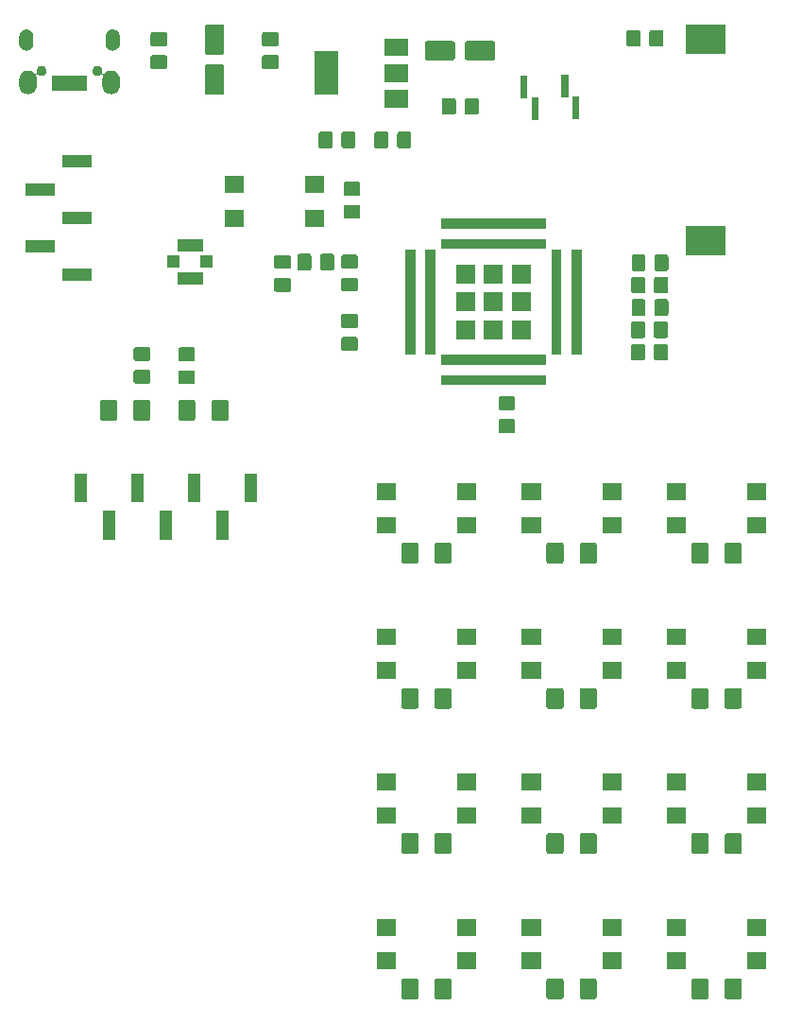
<source format=gbr>
G04 #@! TF.GenerationSoftware,KiCad,Pcbnew,(5.0.2)-1*
G04 #@! TF.CreationDate,2020-02-13T18:49:40+01:00*
G04 #@! TF.ProjectId,Project-ESD,50726f6a-6563-4742-9d45-53442e6b6963,rev?*
G04 #@! TF.SameCoordinates,Original*
G04 #@! TF.FileFunction,Soldermask,Top*
G04 #@! TF.FilePolarity,Negative*
%FSLAX46Y46*%
G04 Gerber Fmt 4.6, Leading zero omitted, Abs format (unit mm)*
G04 Created by KiCad (PCBNEW (5.0.2)-1) date 2020-02-13 18:49:40*
%MOMM*%
%LPD*%
G01*
G04 APERTURE LIST*
%ADD10C,0.100000*%
G04 APERTURE END LIST*
D10*
G36*
X163300562Y-133778181D02*
X163335477Y-133788773D01*
X163367665Y-133805978D01*
X163395873Y-133829127D01*
X163419022Y-133857335D01*
X163436227Y-133889523D01*
X163446819Y-133924438D01*
X163451000Y-133966895D01*
X163451000Y-135433105D01*
X163446819Y-135475562D01*
X163436227Y-135510477D01*
X163419022Y-135542665D01*
X163395873Y-135570873D01*
X163367665Y-135594022D01*
X163335477Y-135611227D01*
X163300562Y-135621819D01*
X163258105Y-135626000D01*
X162116895Y-135626000D01*
X162074438Y-135621819D01*
X162039523Y-135611227D01*
X162007335Y-135594022D01*
X161979127Y-135570873D01*
X161955978Y-135542665D01*
X161938773Y-135510477D01*
X161928181Y-135475562D01*
X161924000Y-135433105D01*
X161924000Y-133966895D01*
X161928181Y-133924438D01*
X161938773Y-133889523D01*
X161955978Y-133857335D01*
X161979127Y-133829127D01*
X162007335Y-133805978D01*
X162039523Y-133788773D01*
X162074438Y-133778181D01*
X162116895Y-133774000D01*
X163258105Y-133774000D01*
X163300562Y-133778181D01*
X163300562Y-133778181D01*
G37*
G36*
X173325562Y-133778181D02*
X173360477Y-133788773D01*
X173392665Y-133805978D01*
X173420873Y-133829127D01*
X173444022Y-133857335D01*
X173461227Y-133889523D01*
X173471819Y-133924438D01*
X173476000Y-133966895D01*
X173476000Y-135433105D01*
X173471819Y-135475562D01*
X173461227Y-135510477D01*
X173444022Y-135542665D01*
X173420873Y-135570873D01*
X173392665Y-135594022D01*
X173360477Y-135611227D01*
X173325562Y-135621819D01*
X173283105Y-135626000D01*
X172141895Y-135626000D01*
X172099438Y-135621819D01*
X172064523Y-135611227D01*
X172032335Y-135594022D01*
X172004127Y-135570873D01*
X171980978Y-135542665D01*
X171963773Y-135510477D01*
X171953181Y-135475562D01*
X171949000Y-135433105D01*
X171949000Y-133966895D01*
X171953181Y-133924438D01*
X171963773Y-133889523D01*
X171980978Y-133857335D01*
X172004127Y-133829127D01*
X172032335Y-133805978D01*
X172064523Y-133788773D01*
X172099438Y-133778181D01*
X172141895Y-133774000D01*
X173283105Y-133774000D01*
X173325562Y-133778181D01*
X173325562Y-133778181D01*
G37*
G36*
X176300562Y-133778181D02*
X176335477Y-133788773D01*
X176367665Y-133805978D01*
X176395873Y-133829127D01*
X176419022Y-133857335D01*
X176436227Y-133889523D01*
X176446819Y-133924438D01*
X176451000Y-133966895D01*
X176451000Y-135433105D01*
X176446819Y-135475562D01*
X176436227Y-135510477D01*
X176419022Y-135542665D01*
X176395873Y-135570873D01*
X176367665Y-135594022D01*
X176335477Y-135611227D01*
X176300562Y-135621819D01*
X176258105Y-135626000D01*
X175116895Y-135626000D01*
X175074438Y-135621819D01*
X175039523Y-135611227D01*
X175007335Y-135594022D01*
X174979127Y-135570873D01*
X174955978Y-135542665D01*
X174938773Y-135510477D01*
X174928181Y-135475562D01*
X174924000Y-135433105D01*
X174924000Y-133966895D01*
X174928181Y-133924438D01*
X174938773Y-133889523D01*
X174955978Y-133857335D01*
X174979127Y-133829127D01*
X175007335Y-133805978D01*
X175039523Y-133788773D01*
X175074438Y-133778181D01*
X175116895Y-133774000D01*
X176258105Y-133774000D01*
X176300562Y-133778181D01*
X176300562Y-133778181D01*
G37*
G36*
X147325562Y-133778181D02*
X147360477Y-133788773D01*
X147392665Y-133805978D01*
X147420873Y-133829127D01*
X147444022Y-133857335D01*
X147461227Y-133889523D01*
X147471819Y-133924438D01*
X147476000Y-133966895D01*
X147476000Y-135433105D01*
X147471819Y-135475562D01*
X147461227Y-135510477D01*
X147444022Y-135542665D01*
X147420873Y-135570873D01*
X147392665Y-135594022D01*
X147360477Y-135611227D01*
X147325562Y-135621819D01*
X147283105Y-135626000D01*
X146141895Y-135626000D01*
X146099438Y-135621819D01*
X146064523Y-135611227D01*
X146032335Y-135594022D01*
X146004127Y-135570873D01*
X145980978Y-135542665D01*
X145963773Y-135510477D01*
X145953181Y-135475562D01*
X145949000Y-135433105D01*
X145949000Y-133966895D01*
X145953181Y-133924438D01*
X145963773Y-133889523D01*
X145980978Y-133857335D01*
X146004127Y-133829127D01*
X146032335Y-133805978D01*
X146064523Y-133788773D01*
X146099438Y-133778181D01*
X146141895Y-133774000D01*
X147283105Y-133774000D01*
X147325562Y-133778181D01*
X147325562Y-133778181D01*
G37*
G36*
X160325562Y-133778181D02*
X160360477Y-133788773D01*
X160392665Y-133805978D01*
X160420873Y-133829127D01*
X160444022Y-133857335D01*
X160461227Y-133889523D01*
X160471819Y-133924438D01*
X160476000Y-133966895D01*
X160476000Y-135433105D01*
X160471819Y-135475562D01*
X160461227Y-135510477D01*
X160444022Y-135542665D01*
X160420873Y-135570873D01*
X160392665Y-135594022D01*
X160360477Y-135611227D01*
X160325562Y-135621819D01*
X160283105Y-135626000D01*
X159141895Y-135626000D01*
X159099438Y-135621819D01*
X159064523Y-135611227D01*
X159032335Y-135594022D01*
X159004127Y-135570873D01*
X158980978Y-135542665D01*
X158963773Y-135510477D01*
X158953181Y-135475562D01*
X158949000Y-135433105D01*
X158949000Y-133966895D01*
X158953181Y-133924438D01*
X158963773Y-133889523D01*
X158980978Y-133857335D01*
X159004127Y-133829127D01*
X159032335Y-133805978D01*
X159064523Y-133788773D01*
X159099438Y-133778181D01*
X159141895Y-133774000D01*
X160283105Y-133774000D01*
X160325562Y-133778181D01*
X160325562Y-133778181D01*
G37*
G36*
X150300562Y-133778181D02*
X150335477Y-133788773D01*
X150367665Y-133805978D01*
X150395873Y-133829127D01*
X150419022Y-133857335D01*
X150436227Y-133889523D01*
X150446819Y-133924438D01*
X150451000Y-133966895D01*
X150451000Y-135433105D01*
X150446819Y-135475562D01*
X150436227Y-135510477D01*
X150419022Y-135542665D01*
X150395873Y-135570873D01*
X150367665Y-135594022D01*
X150335477Y-135611227D01*
X150300562Y-135621819D01*
X150258105Y-135626000D01*
X149116895Y-135626000D01*
X149074438Y-135621819D01*
X149039523Y-135611227D01*
X149007335Y-135594022D01*
X148979127Y-135570873D01*
X148955978Y-135542665D01*
X148938773Y-135510477D01*
X148928181Y-135475562D01*
X148924000Y-135433105D01*
X148924000Y-133966895D01*
X148928181Y-133924438D01*
X148938773Y-133889523D01*
X148955978Y-133857335D01*
X148979127Y-133829127D01*
X149007335Y-133805978D01*
X149039523Y-133788773D01*
X149074438Y-133778181D01*
X149116895Y-133774000D01*
X150258105Y-133774000D01*
X150300562Y-133778181D01*
X150300562Y-133778181D01*
G37*
G36*
X171451000Y-132951000D02*
X169749000Y-132951000D01*
X169749000Y-131449000D01*
X171451000Y-131449000D01*
X171451000Y-132951000D01*
X171451000Y-132951000D01*
G37*
G36*
X178651000Y-132951000D02*
X176949000Y-132951000D01*
X176949000Y-131449000D01*
X178651000Y-131449000D01*
X178651000Y-132951000D01*
X178651000Y-132951000D01*
G37*
G36*
X165651000Y-132951000D02*
X163949000Y-132951000D01*
X163949000Y-131449000D01*
X165651000Y-131449000D01*
X165651000Y-132951000D01*
X165651000Y-132951000D01*
G37*
G36*
X158451000Y-132951000D02*
X156749000Y-132951000D01*
X156749000Y-131449000D01*
X158451000Y-131449000D01*
X158451000Y-132951000D01*
X158451000Y-132951000D01*
G37*
G36*
X145451000Y-132951000D02*
X143749000Y-132951000D01*
X143749000Y-131449000D01*
X145451000Y-131449000D01*
X145451000Y-132951000D01*
X145451000Y-132951000D01*
G37*
G36*
X152651000Y-132951000D02*
X150949000Y-132951000D01*
X150949000Y-131449000D01*
X152651000Y-131449000D01*
X152651000Y-132951000D01*
X152651000Y-132951000D01*
G37*
G36*
X171451000Y-129951000D02*
X169749000Y-129951000D01*
X169749000Y-128449000D01*
X171451000Y-128449000D01*
X171451000Y-129951000D01*
X171451000Y-129951000D01*
G37*
G36*
X152651000Y-129951000D02*
X150949000Y-129951000D01*
X150949000Y-128449000D01*
X152651000Y-128449000D01*
X152651000Y-129951000D01*
X152651000Y-129951000D01*
G37*
G36*
X165651000Y-129951000D02*
X163949000Y-129951000D01*
X163949000Y-128449000D01*
X165651000Y-128449000D01*
X165651000Y-129951000D01*
X165651000Y-129951000D01*
G37*
G36*
X178651000Y-129951000D02*
X176949000Y-129951000D01*
X176949000Y-128449000D01*
X178651000Y-128449000D01*
X178651000Y-129951000D01*
X178651000Y-129951000D01*
G37*
G36*
X158451000Y-129951000D02*
X156749000Y-129951000D01*
X156749000Y-128449000D01*
X158451000Y-128449000D01*
X158451000Y-129951000D01*
X158451000Y-129951000D01*
G37*
G36*
X145451000Y-129951000D02*
X143749000Y-129951000D01*
X143749000Y-128449000D01*
X145451000Y-128449000D01*
X145451000Y-129951000D01*
X145451000Y-129951000D01*
G37*
G36*
X147325562Y-120778181D02*
X147360477Y-120788773D01*
X147392665Y-120805978D01*
X147420873Y-120829127D01*
X147444022Y-120857335D01*
X147461227Y-120889523D01*
X147471819Y-120924438D01*
X147476000Y-120966895D01*
X147476000Y-122433105D01*
X147471819Y-122475562D01*
X147461227Y-122510477D01*
X147444022Y-122542665D01*
X147420873Y-122570873D01*
X147392665Y-122594022D01*
X147360477Y-122611227D01*
X147325562Y-122621819D01*
X147283105Y-122626000D01*
X146141895Y-122626000D01*
X146099438Y-122621819D01*
X146064523Y-122611227D01*
X146032335Y-122594022D01*
X146004127Y-122570873D01*
X145980978Y-122542665D01*
X145963773Y-122510477D01*
X145953181Y-122475562D01*
X145949000Y-122433105D01*
X145949000Y-120966895D01*
X145953181Y-120924438D01*
X145963773Y-120889523D01*
X145980978Y-120857335D01*
X146004127Y-120829127D01*
X146032335Y-120805978D01*
X146064523Y-120788773D01*
X146099438Y-120778181D01*
X146141895Y-120774000D01*
X147283105Y-120774000D01*
X147325562Y-120778181D01*
X147325562Y-120778181D01*
G37*
G36*
X173325562Y-120778181D02*
X173360477Y-120788773D01*
X173392665Y-120805978D01*
X173420873Y-120829127D01*
X173444022Y-120857335D01*
X173461227Y-120889523D01*
X173471819Y-120924438D01*
X173476000Y-120966895D01*
X173476000Y-122433105D01*
X173471819Y-122475562D01*
X173461227Y-122510477D01*
X173444022Y-122542665D01*
X173420873Y-122570873D01*
X173392665Y-122594022D01*
X173360477Y-122611227D01*
X173325562Y-122621819D01*
X173283105Y-122626000D01*
X172141895Y-122626000D01*
X172099438Y-122621819D01*
X172064523Y-122611227D01*
X172032335Y-122594022D01*
X172004127Y-122570873D01*
X171980978Y-122542665D01*
X171963773Y-122510477D01*
X171953181Y-122475562D01*
X171949000Y-122433105D01*
X171949000Y-120966895D01*
X171953181Y-120924438D01*
X171963773Y-120889523D01*
X171980978Y-120857335D01*
X172004127Y-120829127D01*
X172032335Y-120805978D01*
X172064523Y-120788773D01*
X172099438Y-120778181D01*
X172141895Y-120774000D01*
X173283105Y-120774000D01*
X173325562Y-120778181D01*
X173325562Y-120778181D01*
G37*
G36*
X150300562Y-120778181D02*
X150335477Y-120788773D01*
X150367665Y-120805978D01*
X150395873Y-120829127D01*
X150419022Y-120857335D01*
X150436227Y-120889523D01*
X150446819Y-120924438D01*
X150451000Y-120966895D01*
X150451000Y-122433105D01*
X150446819Y-122475562D01*
X150436227Y-122510477D01*
X150419022Y-122542665D01*
X150395873Y-122570873D01*
X150367665Y-122594022D01*
X150335477Y-122611227D01*
X150300562Y-122621819D01*
X150258105Y-122626000D01*
X149116895Y-122626000D01*
X149074438Y-122621819D01*
X149039523Y-122611227D01*
X149007335Y-122594022D01*
X148979127Y-122570873D01*
X148955978Y-122542665D01*
X148938773Y-122510477D01*
X148928181Y-122475562D01*
X148924000Y-122433105D01*
X148924000Y-120966895D01*
X148928181Y-120924438D01*
X148938773Y-120889523D01*
X148955978Y-120857335D01*
X148979127Y-120829127D01*
X149007335Y-120805978D01*
X149039523Y-120788773D01*
X149074438Y-120778181D01*
X149116895Y-120774000D01*
X150258105Y-120774000D01*
X150300562Y-120778181D01*
X150300562Y-120778181D01*
G37*
G36*
X163300562Y-120778181D02*
X163335477Y-120788773D01*
X163367665Y-120805978D01*
X163395873Y-120829127D01*
X163419022Y-120857335D01*
X163436227Y-120889523D01*
X163446819Y-120924438D01*
X163451000Y-120966895D01*
X163451000Y-122433105D01*
X163446819Y-122475562D01*
X163436227Y-122510477D01*
X163419022Y-122542665D01*
X163395873Y-122570873D01*
X163367665Y-122594022D01*
X163335477Y-122611227D01*
X163300562Y-122621819D01*
X163258105Y-122626000D01*
X162116895Y-122626000D01*
X162074438Y-122621819D01*
X162039523Y-122611227D01*
X162007335Y-122594022D01*
X161979127Y-122570873D01*
X161955978Y-122542665D01*
X161938773Y-122510477D01*
X161928181Y-122475562D01*
X161924000Y-122433105D01*
X161924000Y-120966895D01*
X161928181Y-120924438D01*
X161938773Y-120889523D01*
X161955978Y-120857335D01*
X161979127Y-120829127D01*
X162007335Y-120805978D01*
X162039523Y-120788773D01*
X162074438Y-120778181D01*
X162116895Y-120774000D01*
X163258105Y-120774000D01*
X163300562Y-120778181D01*
X163300562Y-120778181D01*
G37*
G36*
X160325562Y-120778181D02*
X160360477Y-120788773D01*
X160392665Y-120805978D01*
X160420873Y-120829127D01*
X160444022Y-120857335D01*
X160461227Y-120889523D01*
X160471819Y-120924438D01*
X160476000Y-120966895D01*
X160476000Y-122433105D01*
X160471819Y-122475562D01*
X160461227Y-122510477D01*
X160444022Y-122542665D01*
X160420873Y-122570873D01*
X160392665Y-122594022D01*
X160360477Y-122611227D01*
X160325562Y-122621819D01*
X160283105Y-122626000D01*
X159141895Y-122626000D01*
X159099438Y-122621819D01*
X159064523Y-122611227D01*
X159032335Y-122594022D01*
X159004127Y-122570873D01*
X158980978Y-122542665D01*
X158963773Y-122510477D01*
X158953181Y-122475562D01*
X158949000Y-122433105D01*
X158949000Y-120966895D01*
X158953181Y-120924438D01*
X158963773Y-120889523D01*
X158980978Y-120857335D01*
X159004127Y-120829127D01*
X159032335Y-120805978D01*
X159064523Y-120788773D01*
X159099438Y-120778181D01*
X159141895Y-120774000D01*
X160283105Y-120774000D01*
X160325562Y-120778181D01*
X160325562Y-120778181D01*
G37*
G36*
X176300562Y-120778181D02*
X176335477Y-120788773D01*
X176367665Y-120805978D01*
X176395873Y-120829127D01*
X176419022Y-120857335D01*
X176436227Y-120889523D01*
X176446819Y-120924438D01*
X176451000Y-120966895D01*
X176451000Y-122433105D01*
X176446819Y-122475562D01*
X176436227Y-122510477D01*
X176419022Y-122542665D01*
X176395873Y-122570873D01*
X176367665Y-122594022D01*
X176335477Y-122611227D01*
X176300562Y-122621819D01*
X176258105Y-122626000D01*
X175116895Y-122626000D01*
X175074438Y-122621819D01*
X175039523Y-122611227D01*
X175007335Y-122594022D01*
X174979127Y-122570873D01*
X174955978Y-122542665D01*
X174938773Y-122510477D01*
X174928181Y-122475562D01*
X174924000Y-122433105D01*
X174924000Y-120966895D01*
X174928181Y-120924438D01*
X174938773Y-120889523D01*
X174955978Y-120857335D01*
X174979127Y-120829127D01*
X175007335Y-120805978D01*
X175039523Y-120788773D01*
X175074438Y-120778181D01*
X175116895Y-120774000D01*
X176258105Y-120774000D01*
X176300562Y-120778181D01*
X176300562Y-120778181D01*
G37*
G36*
X178651000Y-119951000D02*
X176949000Y-119951000D01*
X176949000Y-118449000D01*
X178651000Y-118449000D01*
X178651000Y-119951000D01*
X178651000Y-119951000D01*
G37*
G36*
X145451000Y-119951000D02*
X143749000Y-119951000D01*
X143749000Y-118449000D01*
X145451000Y-118449000D01*
X145451000Y-119951000D01*
X145451000Y-119951000D01*
G37*
G36*
X152651000Y-119951000D02*
X150949000Y-119951000D01*
X150949000Y-118449000D01*
X152651000Y-118449000D01*
X152651000Y-119951000D01*
X152651000Y-119951000D01*
G37*
G36*
X165651000Y-119951000D02*
X163949000Y-119951000D01*
X163949000Y-118449000D01*
X165651000Y-118449000D01*
X165651000Y-119951000D01*
X165651000Y-119951000D01*
G37*
G36*
X171451000Y-119951000D02*
X169749000Y-119951000D01*
X169749000Y-118449000D01*
X171451000Y-118449000D01*
X171451000Y-119951000D01*
X171451000Y-119951000D01*
G37*
G36*
X158451000Y-119951000D02*
X156749000Y-119951000D01*
X156749000Y-118449000D01*
X158451000Y-118449000D01*
X158451000Y-119951000D01*
X158451000Y-119951000D01*
G37*
G36*
X145451000Y-116951000D02*
X143749000Y-116951000D01*
X143749000Y-115449000D01*
X145451000Y-115449000D01*
X145451000Y-116951000D01*
X145451000Y-116951000D01*
G37*
G36*
X152651000Y-116951000D02*
X150949000Y-116951000D01*
X150949000Y-115449000D01*
X152651000Y-115449000D01*
X152651000Y-116951000D01*
X152651000Y-116951000D01*
G37*
G36*
X165651000Y-116951000D02*
X163949000Y-116951000D01*
X163949000Y-115449000D01*
X165651000Y-115449000D01*
X165651000Y-116951000D01*
X165651000Y-116951000D01*
G37*
G36*
X158451000Y-116951000D02*
X156749000Y-116951000D01*
X156749000Y-115449000D01*
X158451000Y-115449000D01*
X158451000Y-116951000D01*
X158451000Y-116951000D01*
G37*
G36*
X171451000Y-116951000D02*
X169749000Y-116951000D01*
X169749000Y-115449000D01*
X171451000Y-115449000D01*
X171451000Y-116951000D01*
X171451000Y-116951000D01*
G37*
G36*
X178651000Y-116951000D02*
X176949000Y-116951000D01*
X176949000Y-115449000D01*
X178651000Y-115449000D01*
X178651000Y-116951000D01*
X178651000Y-116951000D01*
G37*
G36*
X173325562Y-107778181D02*
X173360477Y-107788773D01*
X173392665Y-107805978D01*
X173420873Y-107829127D01*
X173444022Y-107857335D01*
X173461227Y-107889523D01*
X173471819Y-107924438D01*
X173476000Y-107966895D01*
X173476000Y-109433105D01*
X173471819Y-109475562D01*
X173461227Y-109510477D01*
X173444022Y-109542665D01*
X173420873Y-109570873D01*
X173392665Y-109594022D01*
X173360477Y-109611227D01*
X173325562Y-109621819D01*
X173283105Y-109626000D01*
X172141895Y-109626000D01*
X172099438Y-109621819D01*
X172064523Y-109611227D01*
X172032335Y-109594022D01*
X172004127Y-109570873D01*
X171980978Y-109542665D01*
X171963773Y-109510477D01*
X171953181Y-109475562D01*
X171949000Y-109433105D01*
X171949000Y-107966895D01*
X171953181Y-107924438D01*
X171963773Y-107889523D01*
X171980978Y-107857335D01*
X172004127Y-107829127D01*
X172032335Y-107805978D01*
X172064523Y-107788773D01*
X172099438Y-107778181D01*
X172141895Y-107774000D01*
X173283105Y-107774000D01*
X173325562Y-107778181D01*
X173325562Y-107778181D01*
G37*
G36*
X176300562Y-107778181D02*
X176335477Y-107788773D01*
X176367665Y-107805978D01*
X176395873Y-107829127D01*
X176419022Y-107857335D01*
X176436227Y-107889523D01*
X176446819Y-107924438D01*
X176451000Y-107966895D01*
X176451000Y-109433105D01*
X176446819Y-109475562D01*
X176436227Y-109510477D01*
X176419022Y-109542665D01*
X176395873Y-109570873D01*
X176367665Y-109594022D01*
X176335477Y-109611227D01*
X176300562Y-109621819D01*
X176258105Y-109626000D01*
X175116895Y-109626000D01*
X175074438Y-109621819D01*
X175039523Y-109611227D01*
X175007335Y-109594022D01*
X174979127Y-109570873D01*
X174955978Y-109542665D01*
X174938773Y-109510477D01*
X174928181Y-109475562D01*
X174924000Y-109433105D01*
X174924000Y-107966895D01*
X174928181Y-107924438D01*
X174938773Y-107889523D01*
X174955978Y-107857335D01*
X174979127Y-107829127D01*
X175007335Y-107805978D01*
X175039523Y-107788773D01*
X175074438Y-107778181D01*
X175116895Y-107774000D01*
X176258105Y-107774000D01*
X176300562Y-107778181D01*
X176300562Y-107778181D01*
G37*
G36*
X147325562Y-107778181D02*
X147360477Y-107788773D01*
X147392665Y-107805978D01*
X147420873Y-107829127D01*
X147444022Y-107857335D01*
X147461227Y-107889523D01*
X147471819Y-107924438D01*
X147476000Y-107966895D01*
X147476000Y-109433105D01*
X147471819Y-109475562D01*
X147461227Y-109510477D01*
X147444022Y-109542665D01*
X147420873Y-109570873D01*
X147392665Y-109594022D01*
X147360477Y-109611227D01*
X147325562Y-109621819D01*
X147283105Y-109626000D01*
X146141895Y-109626000D01*
X146099438Y-109621819D01*
X146064523Y-109611227D01*
X146032335Y-109594022D01*
X146004127Y-109570873D01*
X145980978Y-109542665D01*
X145963773Y-109510477D01*
X145953181Y-109475562D01*
X145949000Y-109433105D01*
X145949000Y-107966895D01*
X145953181Y-107924438D01*
X145963773Y-107889523D01*
X145980978Y-107857335D01*
X146004127Y-107829127D01*
X146032335Y-107805978D01*
X146064523Y-107788773D01*
X146099438Y-107778181D01*
X146141895Y-107774000D01*
X147283105Y-107774000D01*
X147325562Y-107778181D01*
X147325562Y-107778181D01*
G37*
G36*
X150300562Y-107778181D02*
X150335477Y-107788773D01*
X150367665Y-107805978D01*
X150395873Y-107829127D01*
X150419022Y-107857335D01*
X150436227Y-107889523D01*
X150446819Y-107924438D01*
X150451000Y-107966895D01*
X150451000Y-109433105D01*
X150446819Y-109475562D01*
X150436227Y-109510477D01*
X150419022Y-109542665D01*
X150395873Y-109570873D01*
X150367665Y-109594022D01*
X150335477Y-109611227D01*
X150300562Y-109621819D01*
X150258105Y-109626000D01*
X149116895Y-109626000D01*
X149074438Y-109621819D01*
X149039523Y-109611227D01*
X149007335Y-109594022D01*
X148979127Y-109570873D01*
X148955978Y-109542665D01*
X148938773Y-109510477D01*
X148928181Y-109475562D01*
X148924000Y-109433105D01*
X148924000Y-107966895D01*
X148928181Y-107924438D01*
X148938773Y-107889523D01*
X148955978Y-107857335D01*
X148979127Y-107829127D01*
X149007335Y-107805978D01*
X149039523Y-107788773D01*
X149074438Y-107778181D01*
X149116895Y-107774000D01*
X150258105Y-107774000D01*
X150300562Y-107778181D01*
X150300562Y-107778181D01*
G37*
G36*
X160325562Y-107778181D02*
X160360477Y-107788773D01*
X160392665Y-107805978D01*
X160420873Y-107829127D01*
X160444022Y-107857335D01*
X160461227Y-107889523D01*
X160471819Y-107924438D01*
X160476000Y-107966895D01*
X160476000Y-109433105D01*
X160471819Y-109475562D01*
X160461227Y-109510477D01*
X160444022Y-109542665D01*
X160420873Y-109570873D01*
X160392665Y-109594022D01*
X160360477Y-109611227D01*
X160325562Y-109621819D01*
X160283105Y-109626000D01*
X159141895Y-109626000D01*
X159099438Y-109621819D01*
X159064523Y-109611227D01*
X159032335Y-109594022D01*
X159004127Y-109570873D01*
X158980978Y-109542665D01*
X158963773Y-109510477D01*
X158953181Y-109475562D01*
X158949000Y-109433105D01*
X158949000Y-107966895D01*
X158953181Y-107924438D01*
X158963773Y-107889523D01*
X158980978Y-107857335D01*
X159004127Y-107829127D01*
X159032335Y-107805978D01*
X159064523Y-107788773D01*
X159099438Y-107778181D01*
X159141895Y-107774000D01*
X160283105Y-107774000D01*
X160325562Y-107778181D01*
X160325562Y-107778181D01*
G37*
G36*
X163300562Y-107778181D02*
X163335477Y-107788773D01*
X163367665Y-107805978D01*
X163395873Y-107829127D01*
X163419022Y-107857335D01*
X163436227Y-107889523D01*
X163446819Y-107924438D01*
X163451000Y-107966895D01*
X163451000Y-109433105D01*
X163446819Y-109475562D01*
X163436227Y-109510477D01*
X163419022Y-109542665D01*
X163395873Y-109570873D01*
X163367665Y-109594022D01*
X163335477Y-109611227D01*
X163300562Y-109621819D01*
X163258105Y-109626000D01*
X162116895Y-109626000D01*
X162074438Y-109621819D01*
X162039523Y-109611227D01*
X162007335Y-109594022D01*
X161979127Y-109570873D01*
X161955978Y-109542665D01*
X161938773Y-109510477D01*
X161928181Y-109475562D01*
X161924000Y-109433105D01*
X161924000Y-107966895D01*
X161928181Y-107924438D01*
X161938773Y-107889523D01*
X161955978Y-107857335D01*
X161979127Y-107829127D01*
X162007335Y-107805978D01*
X162039523Y-107788773D01*
X162074438Y-107778181D01*
X162116895Y-107774000D01*
X163258105Y-107774000D01*
X163300562Y-107778181D01*
X163300562Y-107778181D01*
G37*
G36*
X145451000Y-106951000D02*
X143749000Y-106951000D01*
X143749000Y-105449000D01*
X145451000Y-105449000D01*
X145451000Y-106951000D01*
X145451000Y-106951000D01*
G37*
G36*
X158451000Y-106951000D02*
X156749000Y-106951000D01*
X156749000Y-105449000D01*
X158451000Y-105449000D01*
X158451000Y-106951000D01*
X158451000Y-106951000D01*
G37*
G36*
X165651000Y-106951000D02*
X163949000Y-106951000D01*
X163949000Y-105449000D01*
X165651000Y-105449000D01*
X165651000Y-106951000D01*
X165651000Y-106951000D01*
G37*
G36*
X171451000Y-106951000D02*
X169749000Y-106951000D01*
X169749000Y-105449000D01*
X171451000Y-105449000D01*
X171451000Y-106951000D01*
X171451000Y-106951000D01*
G37*
G36*
X152651000Y-106951000D02*
X150949000Y-106951000D01*
X150949000Y-105449000D01*
X152651000Y-105449000D01*
X152651000Y-106951000D01*
X152651000Y-106951000D01*
G37*
G36*
X178651000Y-106951000D02*
X176949000Y-106951000D01*
X176949000Y-105449000D01*
X178651000Y-105449000D01*
X178651000Y-106951000D01*
X178651000Y-106951000D01*
G37*
G36*
X171451000Y-103951000D02*
X169749000Y-103951000D01*
X169749000Y-102449000D01*
X171451000Y-102449000D01*
X171451000Y-103951000D01*
X171451000Y-103951000D01*
G37*
G36*
X145451000Y-103951000D02*
X143749000Y-103951000D01*
X143749000Y-102449000D01*
X145451000Y-102449000D01*
X145451000Y-103951000D01*
X145451000Y-103951000D01*
G37*
G36*
X152651000Y-103951000D02*
X150949000Y-103951000D01*
X150949000Y-102449000D01*
X152651000Y-102449000D01*
X152651000Y-103951000D01*
X152651000Y-103951000D01*
G37*
G36*
X158451000Y-103951000D02*
X156749000Y-103951000D01*
X156749000Y-102449000D01*
X158451000Y-102449000D01*
X158451000Y-103951000D01*
X158451000Y-103951000D01*
G37*
G36*
X165651000Y-103951000D02*
X163949000Y-103951000D01*
X163949000Y-102449000D01*
X165651000Y-102449000D01*
X165651000Y-103951000D01*
X165651000Y-103951000D01*
G37*
G36*
X178651000Y-103951000D02*
X176949000Y-103951000D01*
X176949000Y-102449000D01*
X178651000Y-102449000D01*
X178651000Y-103951000D01*
X178651000Y-103951000D01*
G37*
G36*
X160325562Y-94778181D02*
X160360477Y-94788773D01*
X160392665Y-94805978D01*
X160420873Y-94829127D01*
X160444022Y-94857335D01*
X160461227Y-94889523D01*
X160471819Y-94924438D01*
X160476000Y-94966895D01*
X160476000Y-96433105D01*
X160471819Y-96475562D01*
X160461227Y-96510477D01*
X160444022Y-96542665D01*
X160420873Y-96570873D01*
X160392665Y-96594022D01*
X160360477Y-96611227D01*
X160325562Y-96621819D01*
X160283105Y-96626000D01*
X159141895Y-96626000D01*
X159099438Y-96621819D01*
X159064523Y-96611227D01*
X159032335Y-96594022D01*
X159004127Y-96570873D01*
X158980978Y-96542665D01*
X158963773Y-96510477D01*
X158953181Y-96475562D01*
X158949000Y-96433105D01*
X158949000Y-94966895D01*
X158953181Y-94924438D01*
X158963773Y-94889523D01*
X158980978Y-94857335D01*
X159004127Y-94829127D01*
X159032335Y-94805978D01*
X159064523Y-94788773D01*
X159099438Y-94778181D01*
X159141895Y-94774000D01*
X160283105Y-94774000D01*
X160325562Y-94778181D01*
X160325562Y-94778181D01*
G37*
G36*
X163300562Y-94778181D02*
X163335477Y-94788773D01*
X163367665Y-94805978D01*
X163395873Y-94829127D01*
X163419022Y-94857335D01*
X163436227Y-94889523D01*
X163446819Y-94924438D01*
X163451000Y-94966895D01*
X163451000Y-96433105D01*
X163446819Y-96475562D01*
X163436227Y-96510477D01*
X163419022Y-96542665D01*
X163395873Y-96570873D01*
X163367665Y-96594022D01*
X163335477Y-96611227D01*
X163300562Y-96621819D01*
X163258105Y-96626000D01*
X162116895Y-96626000D01*
X162074438Y-96621819D01*
X162039523Y-96611227D01*
X162007335Y-96594022D01*
X161979127Y-96570873D01*
X161955978Y-96542665D01*
X161938773Y-96510477D01*
X161928181Y-96475562D01*
X161924000Y-96433105D01*
X161924000Y-94966895D01*
X161928181Y-94924438D01*
X161938773Y-94889523D01*
X161955978Y-94857335D01*
X161979127Y-94829127D01*
X162007335Y-94805978D01*
X162039523Y-94788773D01*
X162074438Y-94778181D01*
X162116895Y-94774000D01*
X163258105Y-94774000D01*
X163300562Y-94778181D01*
X163300562Y-94778181D01*
G37*
G36*
X173325562Y-94778181D02*
X173360477Y-94788773D01*
X173392665Y-94805978D01*
X173420873Y-94829127D01*
X173444022Y-94857335D01*
X173461227Y-94889523D01*
X173471819Y-94924438D01*
X173476000Y-94966895D01*
X173476000Y-96433105D01*
X173471819Y-96475562D01*
X173461227Y-96510477D01*
X173444022Y-96542665D01*
X173420873Y-96570873D01*
X173392665Y-96594022D01*
X173360477Y-96611227D01*
X173325562Y-96621819D01*
X173283105Y-96626000D01*
X172141895Y-96626000D01*
X172099438Y-96621819D01*
X172064523Y-96611227D01*
X172032335Y-96594022D01*
X172004127Y-96570873D01*
X171980978Y-96542665D01*
X171963773Y-96510477D01*
X171953181Y-96475562D01*
X171949000Y-96433105D01*
X171949000Y-94966895D01*
X171953181Y-94924438D01*
X171963773Y-94889523D01*
X171980978Y-94857335D01*
X172004127Y-94829127D01*
X172032335Y-94805978D01*
X172064523Y-94788773D01*
X172099438Y-94778181D01*
X172141895Y-94774000D01*
X173283105Y-94774000D01*
X173325562Y-94778181D01*
X173325562Y-94778181D01*
G37*
G36*
X176300562Y-94778181D02*
X176335477Y-94788773D01*
X176367665Y-94805978D01*
X176395873Y-94829127D01*
X176419022Y-94857335D01*
X176436227Y-94889523D01*
X176446819Y-94924438D01*
X176451000Y-94966895D01*
X176451000Y-96433105D01*
X176446819Y-96475562D01*
X176436227Y-96510477D01*
X176419022Y-96542665D01*
X176395873Y-96570873D01*
X176367665Y-96594022D01*
X176335477Y-96611227D01*
X176300562Y-96621819D01*
X176258105Y-96626000D01*
X175116895Y-96626000D01*
X175074438Y-96621819D01*
X175039523Y-96611227D01*
X175007335Y-96594022D01*
X174979127Y-96570873D01*
X174955978Y-96542665D01*
X174938773Y-96510477D01*
X174928181Y-96475562D01*
X174924000Y-96433105D01*
X174924000Y-94966895D01*
X174928181Y-94924438D01*
X174938773Y-94889523D01*
X174955978Y-94857335D01*
X174979127Y-94829127D01*
X175007335Y-94805978D01*
X175039523Y-94788773D01*
X175074438Y-94778181D01*
X175116895Y-94774000D01*
X176258105Y-94774000D01*
X176300562Y-94778181D01*
X176300562Y-94778181D01*
G37*
G36*
X150300562Y-94778181D02*
X150335477Y-94788773D01*
X150367665Y-94805978D01*
X150395873Y-94829127D01*
X150419022Y-94857335D01*
X150436227Y-94889523D01*
X150446819Y-94924438D01*
X150451000Y-94966895D01*
X150451000Y-96433105D01*
X150446819Y-96475562D01*
X150436227Y-96510477D01*
X150419022Y-96542665D01*
X150395873Y-96570873D01*
X150367665Y-96594022D01*
X150335477Y-96611227D01*
X150300562Y-96621819D01*
X150258105Y-96626000D01*
X149116895Y-96626000D01*
X149074438Y-96621819D01*
X149039523Y-96611227D01*
X149007335Y-96594022D01*
X148979127Y-96570873D01*
X148955978Y-96542665D01*
X148938773Y-96510477D01*
X148928181Y-96475562D01*
X148924000Y-96433105D01*
X148924000Y-94966895D01*
X148928181Y-94924438D01*
X148938773Y-94889523D01*
X148955978Y-94857335D01*
X148979127Y-94829127D01*
X149007335Y-94805978D01*
X149039523Y-94788773D01*
X149074438Y-94778181D01*
X149116895Y-94774000D01*
X150258105Y-94774000D01*
X150300562Y-94778181D01*
X150300562Y-94778181D01*
G37*
G36*
X147325562Y-94778181D02*
X147360477Y-94788773D01*
X147392665Y-94805978D01*
X147420873Y-94829127D01*
X147444022Y-94857335D01*
X147461227Y-94889523D01*
X147471819Y-94924438D01*
X147476000Y-94966895D01*
X147476000Y-96433105D01*
X147471819Y-96475562D01*
X147461227Y-96510477D01*
X147444022Y-96542665D01*
X147420873Y-96570873D01*
X147392665Y-96594022D01*
X147360477Y-96611227D01*
X147325562Y-96621819D01*
X147283105Y-96626000D01*
X146141895Y-96626000D01*
X146099438Y-96621819D01*
X146064523Y-96611227D01*
X146032335Y-96594022D01*
X146004127Y-96570873D01*
X145980978Y-96542665D01*
X145963773Y-96510477D01*
X145953181Y-96475562D01*
X145949000Y-96433105D01*
X145949000Y-94966895D01*
X145953181Y-94924438D01*
X145963773Y-94889523D01*
X145980978Y-94857335D01*
X146004127Y-94829127D01*
X146032335Y-94805978D01*
X146064523Y-94788773D01*
X146099438Y-94778181D01*
X146141895Y-94774000D01*
X147283105Y-94774000D01*
X147325562Y-94778181D01*
X147325562Y-94778181D01*
G37*
G36*
X125401000Y-94476000D02*
X124299000Y-94476000D01*
X124299000Y-91864000D01*
X125401000Y-91864000D01*
X125401000Y-94476000D01*
X125401000Y-94476000D01*
G37*
G36*
X130481000Y-94476000D02*
X129379000Y-94476000D01*
X129379000Y-91864000D01*
X130481000Y-91864000D01*
X130481000Y-94476000D01*
X130481000Y-94476000D01*
G37*
G36*
X120321000Y-94476000D02*
X119219000Y-94476000D01*
X119219000Y-91864000D01*
X120321000Y-91864000D01*
X120321000Y-94476000D01*
X120321000Y-94476000D01*
G37*
G36*
X145451000Y-93951000D02*
X143749000Y-93951000D01*
X143749000Y-92449000D01*
X145451000Y-92449000D01*
X145451000Y-93951000D01*
X145451000Y-93951000D01*
G37*
G36*
X178651000Y-93951000D02*
X176949000Y-93951000D01*
X176949000Y-92449000D01*
X178651000Y-92449000D01*
X178651000Y-93951000D01*
X178651000Y-93951000D01*
G37*
G36*
X152651000Y-93951000D02*
X150949000Y-93951000D01*
X150949000Y-92449000D01*
X152651000Y-92449000D01*
X152651000Y-93951000D01*
X152651000Y-93951000D01*
G37*
G36*
X171451000Y-93951000D02*
X169749000Y-93951000D01*
X169749000Y-92449000D01*
X171451000Y-92449000D01*
X171451000Y-93951000D01*
X171451000Y-93951000D01*
G37*
G36*
X158451000Y-93951000D02*
X156749000Y-93951000D01*
X156749000Y-92449000D01*
X158451000Y-92449000D01*
X158451000Y-93951000D01*
X158451000Y-93951000D01*
G37*
G36*
X165651000Y-93951000D02*
X163949000Y-93951000D01*
X163949000Y-92449000D01*
X165651000Y-92449000D01*
X165651000Y-93951000D01*
X165651000Y-93951000D01*
G37*
G36*
X122861000Y-91166000D02*
X121759000Y-91166000D01*
X121759000Y-88554000D01*
X122861000Y-88554000D01*
X122861000Y-91166000D01*
X122861000Y-91166000D01*
G37*
G36*
X133021000Y-91166000D02*
X131919000Y-91166000D01*
X131919000Y-88554000D01*
X133021000Y-88554000D01*
X133021000Y-91166000D01*
X133021000Y-91166000D01*
G37*
G36*
X127941000Y-91166000D02*
X126839000Y-91166000D01*
X126839000Y-88554000D01*
X127941000Y-88554000D01*
X127941000Y-91166000D01*
X127941000Y-91166000D01*
G37*
G36*
X117781000Y-91166000D02*
X116679000Y-91166000D01*
X116679000Y-88554000D01*
X117781000Y-88554000D01*
X117781000Y-91166000D01*
X117781000Y-91166000D01*
G37*
G36*
X165651000Y-90951000D02*
X163949000Y-90951000D01*
X163949000Y-89449000D01*
X165651000Y-89449000D01*
X165651000Y-90951000D01*
X165651000Y-90951000D01*
G37*
G36*
X178651000Y-90951000D02*
X176949000Y-90951000D01*
X176949000Y-89449000D01*
X178651000Y-89449000D01*
X178651000Y-90951000D01*
X178651000Y-90951000D01*
G37*
G36*
X158451000Y-90951000D02*
X156749000Y-90951000D01*
X156749000Y-89449000D01*
X158451000Y-89449000D01*
X158451000Y-90951000D01*
X158451000Y-90951000D01*
G37*
G36*
X171451000Y-90951000D02*
X169749000Y-90951000D01*
X169749000Y-89449000D01*
X171451000Y-89449000D01*
X171451000Y-90951000D01*
X171451000Y-90951000D01*
G37*
G36*
X152651000Y-90951000D02*
X150949000Y-90951000D01*
X150949000Y-89449000D01*
X152651000Y-89449000D01*
X152651000Y-90951000D01*
X152651000Y-90951000D01*
G37*
G36*
X145451000Y-90951000D02*
X143749000Y-90951000D01*
X143749000Y-89449000D01*
X145451000Y-89449000D01*
X145451000Y-90951000D01*
X145451000Y-90951000D01*
G37*
G36*
X155988677Y-83703465D02*
X156026364Y-83714898D01*
X156061103Y-83733466D01*
X156091548Y-83758452D01*
X156116534Y-83788897D01*
X156135102Y-83823636D01*
X156146535Y-83861323D01*
X156151000Y-83906661D01*
X156151000Y-84743339D01*
X156146535Y-84788677D01*
X156135102Y-84826364D01*
X156116534Y-84861103D01*
X156091548Y-84891548D01*
X156061103Y-84916534D01*
X156026364Y-84935102D01*
X155988677Y-84946535D01*
X155943339Y-84951000D01*
X154856661Y-84951000D01*
X154811323Y-84946535D01*
X154773636Y-84935102D01*
X154738897Y-84916534D01*
X154708452Y-84891548D01*
X154683466Y-84861103D01*
X154664898Y-84826364D01*
X154653465Y-84788677D01*
X154649000Y-84743339D01*
X154649000Y-83906661D01*
X154653465Y-83861323D01*
X154664898Y-83823636D01*
X154683466Y-83788897D01*
X154708452Y-83758452D01*
X154738897Y-83733466D01*
X154773636Y-83714898D01*
X154811323Y-83703465D01*
X154856661Y-83699000D01*
X155943339Y-83699000D01*
X155988677Y-83703465D01*
X155988677Y-83703465D01*
G37*
G36*
X120338062Y-81978181D02*
X120372977Y-81988773D01*
X120405165Y-82005978D01*
X120433373Y-82029127D01*
X120456522Y-82057335D01*
X120473727Y-82089523D01*
X120484319Y-82124438D01*
X120488500Y-82166895D01*
X120488500Y-83633105D01*
X120484319Y-83675562D01*
X120473727Y-83710477D01*
X120456522Y-83742665D01*
X120433373Y-83770873D01*
X120405165Y-83794022D01*
X120372977Y-83811227D01*
X120338062Y-83821819D01*
X120295605Y-83826000D01*
X119154395Y-83826000D01*
X119111938Y-83821819D01*
X119077023Y-83811227D01*
X119044835Y-83794022D01*
X119016627Y-83770873D01*
X118993478Y-83742665D01*
X118976273Y-83710477D01*
X118965681Y-83675562D01*
X118961500Y-83633105D01*
X118961500Y-82166895D01*
X118965681Y-82124438D01*
X118976273Y-82089523D01*
X118993478Y-82057335D01*
X119016627Y-82029127D01*
X119044835Y-82005978D01*
X119077023Y-81988773D01*
X119111938Y-81978181D01*
X119154395Y-81974000D01*
X120295605Y-81974000D01*
X120338062Y-81978181D01*
X120338062Y-81978181D01*
G37*
G36*
X123313062Y-81978181D02*
X123347977Y-81988773D01*
X123380165Y-82005978D01*
X123408373Y-82029127D01*
X123431522Y-82057335D01*
X123448727Y-82089523D01*
X123459319Y-82124438D01*
X123463500Y-82166895D01*
X123463500Y-83633105D01*
X123459319Y-83675562D01*
X123448727Y-83710477D01*
X123431522Y-83742665D01*
X123408373Y-83770873D01*
X123380165Y-83794022D01*
X123347977Y-83811227D01*
X123313062Y-83821819D01*
X123270605Y-83826000D01*
X122129395Y-83826000D01*
X122086938Y-83821819D01*
X122052023Y-83811227D01*
X122019835Y-83794022D01*
X121991627Y-83770873D01*
X121968478Y-83742665D01*
X121951273Y-83710477D01*
X121940681Y-83675562D01*
X121936500Y-83633105D01*
X121936500Y-82166895D01*
X121940681Y-82124438D01*
X121951273Y-82089523D01*
X121968478Y-82057335D01*
X121991627Y-82029127D01*
X122019835Y-82005978D01*
X122052023Y-81988773D01*
X122086938Y-81978181D01*
X122129395Y-81974000D01*
X123270605Y-81974000D01*
X123313062Y-81978181D01*
X123313062Y-81978181D01*
G37*
G36*
X127313062Y-81978181D02*
X127347977Y-81988773D01*
X127380165Y-82005978D01*
X127408373Y-82029127D01*
X127431522Y-82057335D01*
X127448727Y-82089523D01*
X127459319Y-82124438D01*
X127463500Y-82166895D01*
X127463500Y-83633105D01*
X127459319Y-83675562D01*
X127448727Y-83710477D01*
X127431522Y-83742665D01*
X127408373Y-83770873D01*
X127380165Y-83794022D01*
X127347977Y-83811227D01*
X127313062Y-83821819D01*
X127270605Y-83826000D01*
X126129395Y-83826000D01*
X126086938Y-83821819D01*
X126052023Y-83811227D01*
X126019835Y-83794022D01*
X125991627Y-83770873D01*
X125968478Y-83742665D01*
X125951273Y-83710477D01*
X125940681Y-83675562D01*
X125936500Y-83633105D01*
X125936500Y-82166895D01*
X125940681Y-82124438D01*
X125951273Y-82089523D01*
X125968478Y-82057335D01*
X125991627Y-82029127D01*
X126019835Y-82005978D01*
X126052023Y-81988773D01*
X126086938Y-81978181D01*
X126129395Y-81974000D01*
X127270605Y-81974000D01*
X127313062Y-81978181D01*
X127313062Y-81978181D01*
G37*
G36*
X130288062Y-81978181D02*
X130322977Y-81988773D01*
X130355165Y-82005978D01*
X130383373Y-82029127D01*
X130406522Y-82057335D01*
X130423727Y-82089523D01*
X130434319Y-82124438D01*
X130438500Y-82166895D01*
X130438500Y-83633105D01*
X130434319Y-83675562D01*
X130423727Y-83710477D01*
X130406522Y-83742665D01*
X130383373Y-83770873D01*
X130355165Y-83794022D01*
X130322977Y-83811227D01*
X130288062Y-83821819D01*
X130245605Y-83826000D01*
X129104395Y-83826000D01*
X129061938Y-83821819D01*
X129027023Y-83811227D01*
X128994835Y-83794022D01*
X128966627Y-83770873D01*
X128943478Y-83742665D01*
X128926273Y-83710477D01*
X128915681Y-83675562D01*
X128911500Y-83633105D01*
X128911500Y-82166895D01*
X128915681Y-82124438D01*
X128926273Y-82089523D01*
X128943478Y-82057335D01*
X128966627Y-82029127D01*
X128994835Y-82005978D01*
X129027023Y-81988773D01*
X129061938Y-81978181D01*
X129104395Y-81974000D01*
X130245605Y-81974000D01*
X130288062Y-81978181D01*
X130288062Y-81978181D01*
G37*
G36*
X155988677Y-81653465D02*
X156026364Y-81664898D01*
X156061103Y-81683466D01*
X156091548Y-81708452D01*
X156116534Y-81738897D01*
X156135102Y-81773636D01*
X156146535Y-81811323D01*
X156151000Y-81856661D01*
X156151000Y-82693339D01*
X156146535Y-82738677D01*
X156135102Y-82776364D01*
X156116534Y-82811103D01*
X156091548Y-82841548D01*
X156061103Y-82866534D01*
X156026364Y-82885102D01*
X155988677Y-82896535D01*
X155943339Y-82901000D01*
X154856661Y-82901000D01*
X154811323Y-82896535D01*
X154773636Y-82885102D01*
X154738897Y-82866534D01*
X154708452Y-82841548D01*
X154683466Y-82811103D01*
X154664898Y-82776364D01*
X154653465Y-82738677D01*
X154649000Y-82693339D01*
X154649000Y-81856661D01*
X154653465Y-81811323D01*
X154664898Y-81773636D01*
X154683466Y-81738897D01*
X154708452Y-81708452D01*
X154738897Y-81683466D01*
X154773636Y-81664898D01*
X154811323Y-81653465D01*
X154856661Y-81649000D01*
X155943339Y-81649000D01*
X155988677Y-81653465D01*
X155988677Y-81653465D01*
G37*
G36*
X158901000Y-80651000D02*
X149499000Y-80651000D01*
X149499000Y-79749000D01*
X158901000Y-79749000D01*
X158901000Y-80651000D01*
X158901000Y-80651000D01*
G37*
G36*
X127288677Y-79328465D02*
X127326364Y-79339898D01*
X127361103Y-79358466D01*
X127391548Y-79383452D01*
X127416534Y-79413897D01*
X127435102Y-79448636D01*
X127446535Y-79486323D01*
X127451000Y-79531661D01*
X127451000Y-80368339D01*
X127446535Y-80413677D01*
X127435102Y-80451364D01*
X127416534Y-80486103D01*
X127391548Y-80516548D01*
X127361103Y-80541534D01*
X127326364Y-80560102D01*
X127288677Y-80571535D01*
X127243339Y-80576000D01*
X126156661Y-80576000D01*
X126111323Y-80571535D01*
X126073636Y-80560102D01*
X126038897Y-80541534D01*
X126008452Y-80516548D01*
X125983466Y-80486103D01*
X125964898Y-80451364D01*
X125953465Y-80413677D01*
X125949000Y-80368339D01*
X125949000Y-79531661D01*
X125953465Y-79486323D01*
X125964898Y-79448636D01*
X125983466Y-79413897D01*
X126008452Y-79383452D01*
X126038897Y-79358466D01*
X126073636Y-79339898D01*
X126111323Y-79328465D01*
X126156661Y-79324000D01*
X127243339Y-79324000D01*
X127288677Y-79328465D01*
X127288677Y-79328465D01*
G37*
G36*
X123288677Y-79278465D02*
X123326364Y-79289898D01*
X123361103Y-79308466D01*
X123391548Y-79333452D01*
X123416534Y-79363897D01*
X123435102Y-79398636D01*
X123446535Y-79436323D01*
X123451000Y-79481661D01*
X123451000Y-80318339D01*
X123446535Y-80363677D01*
X123435102Y-80401364D01*
X123416534Y-80436103D01*
X123391548Y-80466548D01*
X123361103Y-80491534D01*
X123326364Y-80510102D01*
X123288677Y-80521535D01*
X123243339Y-80526000D01*
X122156661Y-80526000D01*
X122111323Y-80521535D01*
X122073636Y-80510102D01*
X122038897Y-80491534D01*
X122008452Y-80466548D01*
X121983466Y-80436103D01*
X121964898Y-80401364D01*
X121953465Y-80363677D01*
X121949000Y-80318339D01*
X121949000Y-79481661D01*
X121953465Y-79436323D01*
X121964898Y-79398636D01*
X121983466Y-79363897D01*
X122008452Y-79333452D01*
X122038897Y-79308466D01*
X122073636Y-79289898D01*
X122111323Y-79278465D01*
X122156661Y-79274000D01*
X123243339Y-79274000D01*
X123288677Y-79278465D01*
X123288677Y-79278465D01*
G37*
G36*
X158901000Y-78851000D02*
X149499000Y-78851000D01*
X149499000Y-77949000D01*
X158901000Y-77949000D01*
X158901000Y-78851000D01*
X158901000Y-78851000D01*
G37*
G36*
X127288677Y-77278465D02*
X127326364Y-77289898D01*
X127361103Y-77308466D01*
X127391548Y-77333452D01*
X127416534Y-77363897D01*
X127435102Y-77398636D01*
X127446535Y-77436323D01*
X127451000Y-77481661D01*
X127451000Y-78318339D01*
X127446535Y-78363677D01*
X127435102Y-78401364D01*
X127416534Y-78436103D01*
X127391548Y-78466548D01*
X127361103Y-78491534D01*
X127326364Y-78510102D01*
X127288677Y-78521535D01*
X127243339Y-78526000D01*
X126156661Y-78526000D01*
X126111323Y-78521535D01*
X126073636Y-78510102D01*
X126038897Y-78491534D01*
X126008452Y-78466548D01*
X125983466Y-78436103D01*
X125964898Y-78401364D01*
X125953465Y-78363677D01*
X125949000Y-78318339D01*
X125949000Y-77481661D01*
X125953465Y-77436323D01*
X125964898Y-77398636D01*
X125983466Y-77363897D01*
X126008452Y-77333452D01*
X126038897Y-77308466D01*
X126073636Y-77289898D01*
X126111323Y-77278465D01*
X126156661Y-77274000D01*
X127243339Y-77274000D01*
X127288677Y-77278465D01*
X127288677Y-77278465D01*
G37*
G36*
X123288677Y-77228465D02*
X123326364Y-77239898D01*
X123361103Y-77258466D01*
X123391548Y-77283452D01*
X123416534Y-77313897D01*
X123435102Y-77348636D01*
X123446535Y-77386323D01*
X123451000Y-77431661D01*
X123451000Y-78268339D01*
X123446535Y-78313677D01*
X123435102Y-78351364D01*
X123416534Y-78386103D01*
X123391548Y-78416548D01*
X123361103Y-78441534D01*
X123326364Y-78460102D01*
X123288677Y-78471535D01*
X123243339Y-78476000D01*
X122156661Y-78476000D01*
X122111323Y-78471535D01*
X122073636Y-78460102D01*
X122038897Y-78441534D01*
X122008452Y-78416548D01*
X121983466Y-78386103D01*
X121964898Y-78351364D01*
X121953465Y-78313677D01*
X121949000Y-78268339D01*
X121949000Y-77431661D01*
X121953465Y-77386323D01*
X121964898Y-77348636D01*
X121983466Y-77313897D01*
X122008452Y-77283452D01*
X122038897Y-77258466D01*
X122073636Y-77239898D01*
X122111323Y-77228465D01*
X122156661Y-77224000D01*
X123243339Y-77224000D01*
X123288677Y-77228465D01*
X123288677Y-77228465D01*
G37*
G36*
X169663677Y-76953465D02*
X169701364Y-76964898D01*
X169736103Y-76983466D01*
X169766548Y-77008452D01*
X169791534Y-77038897D01*
X169810102Y-77073636D01*
X169821535Y-77111323D01*
X169826000Y-77156661D01*
X169826000Y-78243339D01*
X169821535Y-78288677D01*
X169810102Y-78326364D01*
X169791534Y-78361103D01*
X169766548Y-78391548D01*
X169736103Y-78416534D01*
X169701364Y-78435102D01*
X169663677Y-78446535D01*
X169618339Y-78451000D01*
X168781661Y-78451000D01*
X168736323Y-78446535D01*
X168698636Y-78435102D01*
X168663897Y-78416534D01*
X168633452Y-78391548D01*
X168608466Y-78361103D01*
X168589898Y-78326364D01*
X168578465Y-78288677D01*
X168574000Y-78243339D01*
X168574000Y-77156661D01*
X168578465Y-77111323D01*
X168589898Y-77073636D01*
X168608466Y-77038897D01*
X168633452Y-77008452D01*
X168663897Y-76983466D01*
X168698636Y-76964898D01*
X168736323Y-76953465D01*
X168781661Y-76949000D01*
X169618339Y-76949000D01*
X169663677Y-76953465D01*
X169663677Y-76953465D01*
G37*
G36*
X167613677Y-76953465D02*
X167651364Y-76964898D01*
X167686103Y-76983466D01*
X167716548Y-77008452D01*
X167741534Y-77038897D01*
X167760102Y-77073636D01*
X167771535Y-77111323D01*
X167776000Y-77156661D01*
X167776000Y-78243339D01*
X167771535Y-78288677D01*
X167760102Y-78326364D01*
X167741534Y-78361103D01*
X167716548Y-78391548D01*
X167686103Y-78416534D01*
X167651364Y-78435102D01*
X167613677Y-78446535D01*
X167568339Y-78451000D01*
X166731661Y-78451000D01*
X166686323Y-78446535D01*
X166648636Y-78435102D01*
X166613897Y-78416534D01*
X166583452Y-78391548D01*
X166558466Y-78361103D01*
X166539898Y-78326364D01*
X166528465Y-78288677D01*
X166524000Y-78243339D01*
X166524000Y-77156661D01*
X166528465Y-77111323D01*
X166539898Y-77073636D01*
X166558466Y-77038897D01*
X166583452Y-77008452D01*
X166613897Y-76983466D01*
X166648636Y-76964898D01*
X166686323Y-76953465D01*
X166731661Y-76949000D01*
X167568339Y-76949000D01*
X167613677Y-76953465D01*
X167613677Y-76953465D01*
G37*
G36*
X162101000Y-77901000D02*
X161199000Y-77901000D01*
X161199000Y-68499000D01*
X162101000Y-68499000D01*
X162101000Y-77901000D01*
X162101000Y-77901000D01*
G37*
G36*
X147201000Y-77901000D02*
X146299000Y-77901000D01*
X146299000Y-68499000D01*
X147201000Y-68499000D01*
X147201000Y-77901000D01*
X147201000Y-77901000D01*
G37*
G36*
X160301000Y-77901000D02*
X159399000Y-77901000D01*
X159399000Y-68499000D01*
X160301000Y-68499000D01*
X160301000Y-77901000D01*
X160301000Y-77901000D01*
G37*
G36*
X149001000Y-77901000D02*
X148099000Y-77901000D01*
X148099000Y-68499000D01*
X149001000Y-68499000D01*
X149001000Y-77901000D01*
X149001000Y-77901000D01*
G37*
G36*
X141888677Y-76328465D02*
X141926364Y-76339898D01*
X141961103Y-76358466D01*
X141991548Y-76383452D01*
X142016534Y-76413897D01*
X142035102Y-76448636D01*
X142046535Y-76486323D01*
X142051000Y-76531661D01*
X142051000Y-77368339D01*
X142046535Y-77413677D01*
X142035102Y-77451364D01*
X142016534Y-77486103D01*
X141991548Y-77516548D01*
X141961103Y-77541534D01*
X141926364Y-77560102D01*
X141888677Y-77571535D01*
X141843339Y-77576000D01*
X140756661Y-77576000D01*
X140711323Y-77571535D01*
X140673636Y-77560102D01*
X140638897Y-77541534D01*
X140608452Y-77516548D01*
X140583466Y-77486103D01*
X140564898Y-77451364D01*
X140553465Y-77413677D01*
X140549000Y-77368339D01*
X140549000Y-76531661D01*
X140553465Y-76486323D01*
X140564898Y-76448636D01*
X140583466Y-76413897D01*
X140608452Y-76383452D01*
X140638897Y-76358466D01*
X140673636Y-76339898D01*
X140711323Y-76328465D01*
X140756661Y-76324000D01*
X141843339Y-76324000D01*
X141888677Y-76328465D01*
X141888677Y-76328465D01*
G37*
G36*
X152551000Y-76551000D02*
X150849000Y-76551000D01*
X150849000Y-74849000D01*
X152551000Y-74849000D01*
X152551000Y-76551000D01*
X152551000Y-76551000D01*
G37*
G36*
X157551000Y-76551000D02*
X155849000Y-76551000D01*
X155849000Y-74849000D01*
X157551000Y-74849000D01*
X157551000Y-76551000D01*
X157551000Y-76551000D01*
G37*
G36*
X155051000Y-76551000D02*
X153349000Y-76551000D01*
X153349000Y-74849000D01*
X155051000Y-74849000D01*
X155051000Y-76551000D01*
X155051000Y-76551000D01*
G37*
G36*
X167613677Y-74953465D02*
X167651364Y-74964898D01*
X167686103Y-74983466D01*
X167716548Y-75008452D01*
X167741534Y-75038897D01*
X167760102Y-75073636D01*
X167771535Y-75111323D01*
X167776000Y-75156661D01*
X167776000Y-76243339D01*
X167771535Y-76288677D01*
X167760102Y-76326364D01*
X167741534Y-76361103D01*
X167716548Y-76391548D01*
X167686103Y-76416534D01*
X167651364Y-76435102D01*
X167613677Y-76446535D01*
X167568339Y-76451000D01*
X166731661Y-76451000D01*
X166686323Y-76446535D01*
X166648636Y-76435102D01*
X166613897Y-76416534D01*
X166583452Y-76391548D01*
X166558466Y-76361103D01*
X166539898Y-76326364D01*
X166528465Y-76288677D01*
X166524000Y-76243339D01*
X166524000Y-75156661D01*
X166528465Y-75111323D01*
X166539898Y-75073636D01*
X166558466Y-75038897D01*
X166583452Y-75008452D01*
X166613897Y-74983466D01*
X166648636Y-74964898D01*
X166686323Y-74953465D01*
X166731661Y-74949000D01*
X167568339Y-74949000D01*
X167613677Y-74953465D01*
X167613677Y-74953465D01*
G37*
G36*
X169663677Y-74953465D02*
X169701364Y-74964898D01*
X169736103Y-74983466D01*
X169766548Y-75008452D01*
X169791534Y-75038897D01*
X169810102Y-75073636D01*
X169821535Y-75111323D01*
X169826000Y-75156661D01*
X169826000Y-76243339D01*
X169821535Y-76288677D01*
X169810102Y-76326364D01*
X169791534Y-76361103D01*
X169766548Y-76391548D01*
X169736103Y-76416534D01*
X169701364Y-76435102D01*
X169663677Y-76446535D01*
X169618339Y-76451000D01*
X168781661Y-76451000D01*
X168736323Y-76446535D01*
X168698636Y-76435102D01*
X168663897Y-76416534D01*
X168633452Y-76391548D01*
X168608466Y-76361103D01*
X168589898Y-76326364D01*
X168578465Y-76288677D01*
X168574000Y-76243339D01*
X168574000Y-75156661D01*
X168578465Y-75111323D01*
X168589898Y-75073636D01*
X168608466Y-75038897D01*
X168633452Y-75008452D01*
X168663897Y-74983466D01*
X168698636Y-74964898D01*
X168736323Y-74953465D01*
X168781661Y-74949000D01*
X169618339Y-74949000D01*
X169663677Y-74953465D01*
X169663677Y-74953465D01*
G37*
G36*
X141888677Y-74278465D02*
X141926364Y-74289898D01*
X141961103Y-74308466D01*
X141991548Y-74333452D01*
X142016534Y-74363897D01*
X142035102Y-74398636D01*
X142046535Y-74436323D01*
X142051000Y-74481661D01*
X142051000Y-75318339D01*
X142046535Y-75363677D01*
X142035102Y-75401364D01*
X142016534Y-75436103D01*
X141991548Y-75466548D01*
X141961103Y-75491534D01*
X141926364Y-75510102D01*
X141888677Y-75521535D01*
X141843339Y-75526000D01*
X140756661Y-75526000D01*
X140711323Y-75521535D01*
X140673636Y-75510102D01*
X140638897Y-75491534D01*
X140608452Y-75466548D01*
X140583466Y-75436103D01*
X140564898Y-75401364D01*
X140553465Y-75363677D01*
X140549000Y-75318339D01*
X140549000Y-74481661D01*
X140553465Y-74436323D01*
X140564898Y-74398636D01*
X140583466Y-74363897D01*
X140608452Y-74333452D01*
X140638897Y-74308466D01*
X140673636Y-74289898D01*
X140711323Y-74278465D01*
X140756661Y-74274000D01*
X141843339Y-74274000D01*
X141888677Y-74278465D01*
X141888677Y-74278465D01*
G37*
G36*
X169713677Y-72953465D02*
X169751364Y-72964898D01*
X169786103Y-72983466D01*
X169816548Y-73008452D01*
X169841534Y-73038897D01*
X169860102Y-73073636D01*
X169871535Y-73111323D01*
X169876000Y-73156661D01*
X169876000Y-74243339D01*
X169871535Y-74288677D01*
X169860102Y-74326364D01*
X169841534Y-74361103D01*
X169816548Y-74391548D01*
X169786103Y-74416534D01*
X169751364Y-74435102D01*
X169713677Y-74446535D01*
X169668339Y-74451000D01*
X168831661Y-74451000D01*
X168786323Y-74446535D01*
X168748636Y-74435102D01*
X168713897Y-74416534D01*
X168683452Y-74391548D01*
X168658466Y-74361103D01*
X168639898Y-74326364D01*
X168628465Y-74288677D01*
X168624000Y-74243339D01*
X168624000Y-73156661D01*
X168628465Y-73111323D01*
X168639898Y-73073636D01*
X168658466Y-73038897D01*
X168683452Y-73008452D01*
X168713897Y-72983466D01*
X168748636Y-72964898D01*
X168786323Y-72953465D01*
X168831661Y-72949000D01*
X169668339Y-72949000D01*
X169713677Y-72953465D01*
X169713677Y-72953465D01*
G37*
G36*
X167663677Y-72953465D02*
X167701364Y-72964898D01*
X167736103Y-72983466D01*
X167766548Y-73008452D01*
X167791534Y-73038897D01*
X167810102Y-73073636D01*
X167821535Y-73111323D01*
X167826000Y-73156661D01*
X167826000Y-74243339D01*
X167821535Y-74288677D01*
X167810102Y-74326364D01*
X167791534Y-74361103D01*
X167766548Y-74391548D01*
X167736103Y-74416534D01*
X167701364Y-74435102D01*
X167663677Y-74446535D01*
X167618339Y-74451000D01*
X166781661Y-74451000D01*
X166736323Y-74446535D01*
X166698636Y-74435102D01*
X166663897Y-74416534D01*
X166633452Y-74391548D01*
X166608466Y-74361103D01*
X166589898Y-74326364D01*
X166578465Y-74288677D01*
X166574000Y-74243339D01*
X166574000Y-73156661D01*
X166578465Y-73111323D01*
X166589898Y-73073636D01*
X166608466Y-73038897D01*
X166633452Y-73008452D01*
X166663897Y-72983466D01*
X166698636Y-72964898D01*
X166736323Y-72953465D01*
X166781661Y-72949000D01*
X167618339Y-72949000D01*
X167663677Y-72953465D01*
X167663677Y-72953465D01*
G37*
G36*
X157551000Y-74051000D02*
X155849000Y-74051000D01*
X155849000Y-72349000D01*
X157551000Y-72349000D01*
X157551000Y-74051000D01*
X157551000Y-74051000D01*
G37*
G36*
X155051000Y-74051000D02*
X153349000Y-74051000D01*
X153349000Y-72349000D01*
X155051000Y-72349000D01*
X155051000Y-74051000D01*
X155051000Y-74051000D01*
G37*
G36*
X152551000Y-74051000D02*
X150849000Y-74051000D01*
X150849000Y-72349000D01*
X152551000Y-72349000D01*
X152551000Y-74051000D01*
X152551000Y-74051000D01*
G37*
G36*
X167638677Y-70953465D02*
X167676364Y-70964898D01*
X167711103Y-70983466D01*
X167741548Y-71008452D01*
X167766534Y-71038897D01*
X167785102Y-71073636D01*
X167796535Y-71111323D01*
X167801000Y-71156661D01*
X167801000Y-72243339D01*
X167796535Y-72288677D01*
X167785102Y-72326364D01*
X167766534Y-72361103D01*
X167741548Y-72391548D01*
X167711103Y-72416534D01*
X167676364Y-72435102D01*
X167638677Y-72446535D01*
X167593339Y-72451000D01*
X166756661Y-72451000D01*
X166711323Y-72446535D01*
X166673636Y-72435102D01*
X166638897Y-72416534D01*
X166608452Y-72391548D01*
X166583466Y-72361103D01*
X166564898Y-72326364D01*
X166553465Y-72288677D01*
X166549000Y-72243339D01*
X166549000Y-71156661D01*
X166553465Y-71111323D01*
X166564898Y-71073636D01*
X166583466Y-71038897D01*
X166608452Y-71008452D01*
X166638897Y-70983466D01*
X166673636Y-70964898D01*
X166711323Y-70953465D01*
X166756661Y-70949000D01*
X167593339Y-70949000D01*
X167638677Y-70953465D01*
X167638677Y-70953465D01*
G37*
G36*
X169688677Y-70953465D02*
X169726364Y-70964898D01*
X169761103Y-70983466D01*
X169791548Y-71008452D01*
X169816534Y-71038897D01*
X169835102Y-71073636D01*
X169846535Y-71111323D01*
X169851000Y-71156661D01*
X169851000Y-72243339D01*
X169846535Y-72288677D01*
X169835102Y-72326364D01*
X169816534Y-72361103D01*
X169791548Y-72391548D01*
X169761103Y-72416534D01*
X169726364Y-72435102D01*
X169688677Y-72446535D01*
X169643339Y-72451000D01*
X168806661Y-72451000D01*
X168761323Y-72446535D01*
X168723636Y-72435102D01*
X168688897Y-72416534D01*
X168658452Y-72391548D01*
X168633466Y-72361103D01*
X168614898Y-72326364D01*
X168603465Y-72288677D01*
X168599000Y-72243339D01*
X168599000Y-71156661D01*
X168603465Y-71111323D01*
X168614898Y-71073636D01*
X168633466Y-71038897D01*
X168658452Y-71008452D01*
X168688897Y-70983466D01*
X168723636Y-70964898D01*
X168761323Y-70953465D01*
X168806661Y-70949000D01*
X169643339Y-70949000D01*
X169688677Y-70953465D01*
X169688677Y-70953465D01*
G37*
G36*
X135886480Y-71047473D02*
X135924167Y-71058906D01*
X135958906Y-71077474D01*
X135989351Y-71102460D01*
X136014337Y-71132905D01*
X136032905Y-71167644D01*
X136044338Y-71205331D01*
X136048803Y-71250669D01*
X136048803Y-72087347D01*
X136044338Y-72132685D01*
X136032905Y-72170372D01*
X136014337Y-72205111D01*
X135989351Y-72235556D01*
X135958906Y-72260542D01*
X135924167Y-72279110D01*
X135886480Y-72290543D01*
X135841142Y-72295008D01*
X134754464Y-72295008D01*
X134709126Y-72290543D01*
X134671439Y-72279110D01*
X134636700Y-72260542D01*
X134606255Y-72235556D01*
X134581269Y-72205111D01*
X134562701Y-72170372D01*
X134551268Y-72132685D01*
X134546803Y-72087347D01*
X134546803Y-71250669D01*
X134551268Y-71205331D01*
X134562701Y-71167644D01*
X134581269Y-71132905D01*
X134606255Y-71102460D01*
X134636700Y-71077474D01*
X134671439Y-71058906D01*
X134709126Y-71047473D01*
X134754464Y-71043008D01*
X135841142Y-71043008D01*
X135886480Y-71047473D01*
X135886480Y-71047473D01*
G37*
G36*
X141886480Y-71022473D02*
X141924167Y-71033906D01*
X141958906Y-71052474D01*
X141989351Y-71077460D01*
X142014337Y-71107905D01*
X142032905Y-71142644D01*
X142044338Y-71180331D01*
X142048803Y-71225669D01*
X142048803Y-72062347D01*
X142044338Y-72107685D01*
X142032905Y-72145372D01*
X142014337Y-72180111D01*
X141989351Y-72210556D01*
X141958906Y-72235542D01*
X141924167Y-72254110D01*
X141886480Y-72265543D01*
X141841142Y-72270008D01*
X140754464Y-72270008D01*
X140709126Y-72265543D01*
X140671439Y-72254110D01*
X140636700Y-72235542D01*
X140606255Y-72210556D01*
X140581269Y-72180111D01*
X140562701Y-72145372D01*
X140551268Y-72107685D01*
X140546803Y-72062347D01*
X140546803Y-71225669D01*
X140551268Y-71180331D01*
X140562701Y-71142644D01*
X140581269Y-71107905D01*
X140606255Y-71077460D01*
X140636700Y-71052474D01*
X140671439Y-71033906D01*
X140709126Y-71022473D01*
X140754464Y-71018008D01*
X141841142Y-71018008D01*
X141886480Y-71022473D01*
X141886480Y-71022473D01*
G37*
G36*
X128161992Y-71670008D02*
X125859992Y-71670008D01*
X125859992Y-70518008D01*
X128161992Y-70518008D01*
X128161992Y-71670008D01*
X128161992Y-71670008D01*
G37*
G36*
X157551000Y-71551000D02*
X155849000Y-71551000D01*
X155849000Y-69849000D01*
X157551000Y-69849000D01*
X157551000Y-71551000D01*
X157551000Y-71551000D01*
G37*
G36*
X155051000Y-71551000D02*
X153349000Y-71551000D01*
X153349000Y-69849000D01*
X155051000Y-69849000D01*
X155051000Y-71551000D01*
X155051000Y-71551000D01*
G37*
G36*
X152551000Y-71551000D02*
X150849000Y-71551000D01*
X150849000Y-69849000D01*
X152551000Y-69849000D01*
X152551000Y-71551000D01*
X152551000Y-71551000D01*
G37*
G36*
X118161000Y-71331000D02*
X115549000Y-71331000D01*
X115549000Y-70229000D01*
X118161000Y-70229000D01*
X118161000Y-71331000D01*
X118161000Y-71331000D01*
G37*
G36*
X167663677Y-68953465D02*
X167701364Y-68964898D01*
X167736103Y-68983466D01*
X167766548Y-69008452D01*
X167791534Y-69038897D01*
X167810102Y-69073636D01*
X167821535Y-69111323D01*
X167826000Y-69156661D01*
X167826000Y-70243339D01*
X167821535Y-70288677D01*
X167810102Y-70326364D01*
X167791534Y-70361103D01*
X167766548Y-70391548D01*
X167736103Y-70416534D01*
X167701364Y-70435102D01*
X167663677Y-70446535D01*
X167618339Y-70451000D01*
X166781661Y-70451000D01*
X166736323Y-70446535D01*
X166698636Y-70435102D01*
X166663897Y-70416534D01*
X166633452Y-70391548D01*
X166608466Y-70361103D01*
X166589898Y-70326364D01*
X166578465Y-70288677D01*
X166574000Y-70243339D01*
X166574000Y-69156661D01*
X166578465Y-69111323D01*
X166589898Y-69073636D01*
X166608466Y-69038897D01*
X166633452Y-69008452D01*
X166663897Y-68983466D01*
X166698636Y-68964898D01*
X166736323Y-68953465D01*
X166781661Y-68949000D01*
X167618339Y-68949000D01*
X167663677Y-68953465D01*
X167663677Y-68953465D01*
G37*
G36*
X169713677Y-68953465D02*
X169751364Y-68964898D01*
X169786103Y-68983466D01*
X169816548Y-69008452D01*
X169841534Y-69038897D01*
X169860102Y-69073636D01*
X169871535Y-69111323D01*
X169876000Y-69156661D01*
X169876000Y-70243339D01*
X169871535Y-70288677D01*
X169860102Y-70326364D01*
X169841534Y-70361103D01*
X169816548Y-70391548D01*
X169786103Y-70416534D01*
X169751364Y-70435102D01*
X169713677Y-70446535D01*
X169668339Y-70451000D01*
X168831661Y-70451000D01*
X168786323Y-70446535D01*
X168748636Y-70435102D01*
X168713897Y-70416534D01*
X168683452Y-70391548D01*
X168658466Y-70361103D01*
X168639898Y-70326364D01*
X168628465Y-70288677D01*
X168624000Y-70243339D01*
X168624000Y-69156661D01*
X168628465Y-69111323D01*
X168639898Y-69073636D01*
X168658466Y-69038897D01*
X168683452Y-69008452D01*
X168713897Y-68983466D01*
X168748636Y-68964898D01*
X168786323Y-68953465D01*
X168831661Y-68949000D01*
X169668339Y-68949000D01*
X169713677Y-68953465D01*
X169713677Y-68953465D01*
G37*
G36*
X137711480Y-68897473D02*
X137749167Y-68908906D01*
X137783906Y-68927474D01*
X137814351Y-68952460D01*
X137839337Y-68982905D01*
X137857905Y-69017644D01*
X137869338Y-69055331D01*
X137873803Y-69100669D01*
X137873803Y-70187347D01*
X137869338Y-70232685D01*
X137857905Y-70270372D01*
X137839337Y-70305111D01*
X137814351Y-70335556D01*
X137783906Y-70360542D01*
X137749167Y-70379110D01*
X137711480Y-70390543D01*
X137666142Y-70395008D01*
X136829464Y-70395008D01*
X136784126Y-70390543D01*
X136746439Y-70379110D01*
X136711700Y-70360542D01*
X136681255Y-70335556D01*
X136656269Y-70305111D01*
X136637701Y-70270372D01*
X136626268Y-70232685D01*
X136621803Y-70187347D01*
X136621803Y-69100669D01*
X136626268Y-69055331D01*
X136637701Y-69017644D01*
X136656269Y-68982905D01*
X136681255Y-68952460D01*
X136711700Y-68927474D01*
X136746439Y-68908906D01*
X136784126Y-68897473D01*
X136829464Y-68893008D01*
X137666142Y-68893008D01*
X137711480Y-68897473D01*
X137711480Y-68897473D01*
G37*
G36*
X139761480Y-68897473D02*
X139799167Y-68908906D01*
X139833906Y-68927474D01*
X139864351Y-68952460D01*
X139889337Y-68982905D01*
X139907905Y-69017644D01*
X139919338Y-69055331D01*
X139923803Y-69100669D01*
X139923803Y-70187347D01*
X139919338Y-70232685D01*
X139907905Y-70270372D01*
X139889337Y-70305111D01*
X139864351Y-70335556D01*
X139833906Y-70360542D01*
X139799167Y-70379110D01*
X139761480Y-70390543D01*
X139716142Y-70395008D01*
X138879464Y-70395008D01*
X138834126Y-70390543D01*
X138796439Y-70379110D01*
X138761700Y-70360542D01*
X138731255Y-70335556D01*
X138706269Y-70305111D01*
X138687701Y-70270372D01*
X138676268Y-70232685D01*
X138671803Y-70187347D01*
X138671803Y-69100669D01*
X138676268Y-69055331D01*
X138687701Y-69017644D01*
X138706269Y-68982905D01*
X138731255Y-68952460D01*
X138761700Y-68927474D01*
X138796439Y-68908906D01*
X138834126Y-68897473D01*
X138879464Y-68893008D01*
X139716142Y-68893008D01*
X139761480Y-68897473D01*
X139761480Y-68897473D01*
G37*
G36*
X135886480Y-68997473D02*
X135924167Y-69008906D01*
X135958906Y-69027474D01*
X135989351Y-69052460D01*
X136014337Y-69082905D01*
X136032905Y-69117644D01*
X136044338Y-69155331D01*
X136048803Y-69200669D01*
X136048803Y-70037347D01*
X136044338Y-70082685D01*
X136032905Y-70120372D01*
X136014337Y-70155111D01*
X135989351Y-70185556D01*
X135958906Y-70210542D01*
X135924167Y-70229110D01*
X135886480Y-70240543D01*
X135841142Y-70245008D01*
X134754464Y-70245008D01*
X134709126Y-70240543D01*
X134671439Y-70229110D01*
X134636700Y-70210542D01*
X134606255Y-70185556D01*
X134581269Y-70155111D01*
X134562701Y-70120372D01*
X134551268Y-70082685D01*
X134546803Y-70037347D01*
X134546803Y-69200669D01*
X134551268Y-69155331D01*
X134562701Y-69117644D01*
X134581269Y-69082905D01*
X134606255Y-69052460D01*
X134636700Y-69027474D01*
X134671439Y-69008906D01*
X134709126Y-68997473D01*
X134754464Y-68993008D01*
X135841142Y-68993008D01*
X135886480Y-68997473D01*
X135886480Y-68997473D01*
G37*
G36*
X141886480Y-68972473D02*
X141924167Y-68983906D01*
X141958906Y-69002474D01*
X141989351Y-69027460D01*
X142014337Y-69057905D01*
X142032905Y-69092644D01*
X142044338Y-69130331D01*
X142048803Y-69175669D01*
X142048803Y-70012347D01*
X142044338Y-70057685D01*
X142032905Y-70095372D01*
X142014337Y-70130111D01*
X141989351Y-70160556D01*
X141958906Y-70185542D01*
X141924167Y-70204110D01*
X141886480Y-70215543D01*
X141841142Y-70220008D01*
X140754464Y-70220008D01*
X140709126Y-70215543D01*
X140671439Y-70204110D01*
X140636700Y-70185542D01*
X140606255Y-70160556D01*
X140581269Y-70130111D01*
X140562701Y-70095372D01*
X140551268Y-70057685D01*
X140546803Y-70012347D01*
X140546803Y-69175669D01*
X140551268Y-69130331D01*
X140562701Y-69092644D01*
X140581269Y-69057905D01*
X140606255Y-69027460D01*
X140636700Y-69002474D01*
X140671439Y-68983906D01*
X140709126Y-68972473D01*
X140754464Y-68968008D01*
X141841142Y-68968008D01*
X141886480Y-68972473D01*
X141886480Y-68972473D01*
G37*
G36*
X129061992Y-70170008D02*
X127959992Y-70170008D01*
X127959992Y-69068008D01*
X129061992Y-69068008D01*
X129061992Y-70170008D01*
X129061992Y-70170008D01*
G37*
G36*
X126061992Y-70170008D02*
X124959992Y-70170008D01*
X124959992Y-69068008D01*
X126061992Y-69068008D01*
X126061992Y-70170008D01*
X126061992Y-70170008D01*
G37*
G36*
X175001000Y-69001000D02*
X171399000Y-69001000D01*
X171399000Y-66399000D01*
X175001000Y-66399000D01*
X175001000Y-69001000D01*
X175001000Y-69001000D01*
G37*
G36*
X114851000Y-68791000D02*
X112239000Y-68791000D01*
X112239000Y-67689000D01*
X114851000Y-67689000D01*
X114851000Y-68791000D01*
X114851000Y-68791000D01*
G37*
G36*
X128161992Y-68720008D02*
X125859992Y-68720008D01*
X125859992Y-67568008D01*
X128161992Y-67568008D01*
X128161992Y-68720008D01*
X128161992Y-68720008D01*
G37*
G36*
X158901000Y-68451000D02*
X149499000Y-68451000D01*
X149499000Y-67549000D01*
X158901000Y-67549000D01*
X158901000Y-68451000D01*
X158901000Y-68451000D01*
G37*
G36*
X158901000Y-66651000D02*
X149499000Y-66651000D01*
X149499000Y-65749000D01*
X158901000Y-65749000D01*
X158901000Y-66651000D01*
X158901000Y-66651000D01*
G37*
G36*
X139051000Y-66451000D02*
X137349000Y-66451000D01*
X137349000Y-64949000D01*
X139051000Y-64949000D01*
X139051000Y-66451000D01*
X139051000Y-66451000D01*
G37*
G36*
X131851000Y-66451000D02*
X130149000Y-66451000D01*
X130149000Y-64949000D01*
X131851000Y-64949000D01*
X131851000Y-66451000D01*
X131851000Y-66451000D01*
G37*
G36*
X118161000Y-66251000D02*
X115549000Y-66251000D01*
X115549000Y-65149000D01*
X118161000Y-65149000D01*
X118161000Y-66251000D01*
X118161000Y-66251000D01*
G37*
G36*
X142088677Y-64503465D02*
X142126364Y-64514898D01*
X142161103Y-64533466D01*
X142191548Y-64558452D01*
X142216534Y-64588897D01*
X142235102Y-64623636D01*
X142246535Y-64661323D01*
X142251000Y-64706661D01*
X142251000Y-65543339D01*
X142246535Y-65588677D01*
X142235102Y-65626364D01*
X142216534Y-65661103D01*
X142191548Y-65691548D01*
X142161103Y-65716534D01*
X142126364Y-65735102D01*
X142088677Y-65746535D01*
X142043339Y-65751000D01*
X140956661Y-65751000D01*
X140911323Y-65746535D01*
X140873636Y-65735102D01*
X140838897Y-65716534D01*
X140808452Y-65691548D01*
X140783466Y-65661103D01*
X140764898Y-65626364D01*
X140753465Y-65588677D01*
X140749000Y-65543339D01*
X140749000Y-64706661D01*
X140753465Y-64661323D01*
X140764898Y-64623636D01*
X140783466Y-64588897D01*
X140808452Y-64558452D01*
X140838897Y-64533466D01*
X140873636Y-64514898D01*
X140911323Y-64503465D01*
X140956661Y-64499000D01*
X142043339Y-64499000D01*
X142088677Y-64503465D01*
X142088677Y-64503465D01*
G37*
G36*
X114851000Y-63711000D02*
X112239000Y-63711000D01*
X112239000Y-62609000D01*
X114851000Y-62609000D01*
X114851000Y-63711000D01*
X114851000Y-63711000D01*
G37*
G36*
X142088677Y-62453465D02*
X142126364Y-62464898D01*
X142161103Y-62483466D01*
X142191548Y-62508452D01*
X142216534Y-62538897D01*
X142235102Y-62573636D01*
X142246535Y-62611323D01*
X142251000Y-62656661D01*
X142251000Y-63493339D01*
X142246535Y-63538677D01*
X142235102Y-63576364D01*
X142216534Y-63611103D01*
X142191548Y-63641548D01*
X142161103Y-63666534D01*
X142126364Y-63685102D01*
X142088677Y-63696535D01*
X142043339Y-63701000D01*
X140956661Y-63701000D01*
X140911323Y-63696535D01*
X140873636Y-63685102D01*
X140838897Y-63666534D01*
X140808452Y-63641548D01*
X140783466Y-63611103D01*
X140764898Y-63576364D01*
X140753465Y-63538677D01*
X140749000Y-63493339D01*
X140749000Y-62656661D01*
X140753465Y-62611323D01*
X140764898Y-62573636D01*
X140783466Y-62538897D01*
X140808452Y-62508452D01*
X140838897Y-62483466D01*
X140873636Y-62464898D01*
X140911323Y-62453465D01*
X140956661Y-62449000D01*
X142043339Y-62449000D01*
X142088677Y-62453465D01*
X142088677Y-62453465D01*
G37*
G36*
X139051000Y-63451000D02*
X137349000Y-63451000D01*
X137349000Y-61949000D01*
X139051000Y-61949000D01*
X139051000Y-63451000D01*
X139051000Y-63451000D01*
G37*
G36*
X131851000Y-63451000D02*
X130149000Y-63451000D01*
X130149000Y-61949000D01*
X131851000Y-61949000D01*
X131851000Y-63451000D01*
X131851000Y-63451000D01*
G37*
G36*
X118161000Y-61171000D02*
X115549000Y-61171000D01*
X115549000Y-60069000D01*
X118161000Y-60069000D01*
X118161000Y-61171000D01*
X118161000Y-61171000D01*
G37*
G36*
X146663677Y-57953465D02*
X146701364Y-57964898D01*
X146736103Y-57983466D01*
X146766548Y-58008452D01*
X146791534Y-58038897D01*
X146810102Y-58073636D01*
X146821535Y-58111323D01*
X146826000Y-58156661D01*
X146826000Y-59243339D01*
X146821535Y-59288677D01*
X146810102Y-59326364D01*
X146791534Y-59361103D01*
X146766548Y-59391548D01*
X146736103Y-59416534D01*
X146701364Y-59435102D01*
X146663677Y-59446535D01*
X146618339Y-59451000D01*
X145781661Y-59451000D01*
X145736323Y-59446535D01*
X145698636Y-59435102D01*
X145663897Y-59416534D01*
X145633452Y-59391548D01*
X145608466Y-59361103D01*
X145589898Y-59326364D01*
X145578465Y-59288677D01*
X145574000Y-59243339D01*
X145574000Y-58156661D01*
X145578465Y-58111323D01*
X145589898Y-58073636D01*
X145608466Y-58038897D01*
X145633452Y-58008452D01*
X145663897Y-57983466D01*
X145698636Y-57964898D01*
X145736323Y-57953465D01*
X145781661Y-57949000D01*
X146618339Y-57949000D01*
X146663677Y-57953465D01*
X146663677Y-57953465D01*
G37*
G36*
X141663677Y-57953465D02*
X141701364Y-57964898D01*
X141736103Y-57983466D01*
X141766548Y-58008452D01*
X141791534Y-58038897D01*
X141810102Y-58073636D01*
X141821535Y-58111323D01*
X141826000Y-58156661D01*
X141826000Y-59243339D01*
X141821535Y-59288677D01*
X141810102Y-59326364D01*
X141791534Y-59361103D01*
X141766548Y-59391548D01*
X141736103Y-59416534D01*
X141701364Y-59435102D01*
X141663677Y-59446535D01*
X141618339Y-59451000D01*
X140781661Y-59451000D01*
X140736323Y-59446535D01*
X140698636Y-59435102D01*
X140663897Y-59416534D01*
X140633452Y-59391548D01*
X140608466Y-59361103D01*
X140589898Y-59326364D01*
X140578465Y-59288677D01*
X140574000Y-59243339D01*
X140574000Y-58156661D01*
X140578465Y-58111323D01*
X140589898Y-58073636D01*
X140608466Y-58038897D01*
X140633452Y-58008452D01*
X140663897Y-57983466D01*
X140698636Y-57964898D01*
X140736323Y-57953465D01*
X140781661Y-57949000D01*
X141618339Y-57949000D01*
X141663677Y-57953465D01*
X141663677Y-57953465D01*
G37*
G36*
X139613677Y-57953465D02*
X139651364Y-57964898D01*
X139686103Y-57983466D01*
X139716548Y-58008452D01*
X139741534Y-58038897D01*
X139760102Y-58073636D01*
X139771535Y-58111323D01*
X139776000Y-58156661D01*
X139776000Y-59243339D01*
X139771535Y-59288677D01*
X139760102Y-59326364D01*
X139741534Y-59361103D01*
X139716548Y-59391548D01*
X139686103Y-59416534D01*
X139651364Y-59435102D01*
X139613677Y-59446535D01*
X139568339Y-59451000D01*
X138731661Y-59451000D01*
X138686323Y-59446535D01*
X138648636Y-59435102D01*
X138613897Y-59416534D01*
X138583452Y-59391548D01*
X138558466Y-59361103D01*
X138539898Y-59326364D01*
X138528465Y-59288677D01*
X138524000Y-59243339D01*
X138524000Y-58156661D01*
X138528465Y-58111323D01*
X138539898Y-58073636D01*
X138558466Y-58038897D01*
X138583452Y-58008452D01*
X138613897Y-57983466D01*
X138648636Y-57964898D01*
X138686323Y-57953465D01*
X138731661Y-57949000D01*
X139568339Y-57949000D01*
X139613677Y-57953465D01*
X139613677Y-57953465D01*
G37*
G36*
X144613677Y-57953465D02*
X144651364Y-57964898D01*
X144686103Y-57983466D01*
X144716548Y-58008452D01*
X144741534Y-58038897D01*
X144760102Y-58073636D01*
X144771535Y-58111323D01*
X144776000Y-58156661D01*
X144776000Y-59243339D01*
X144771535Y-59288677D01*
X144760102Y-59326364D01*
X144741534Y-59361103D01*
X144716548Y-59391548D01*
X144686103Y-59416534D01*
X144651364Y-59435102D01*
X144613677Y-59446535D01*
X144568339Y-59451000D01*
X143731661Y-59451000D01*
X143686323Y-59446535D01*
X143648636Y-59435102D01*
X143613897Y-59416534D01*
X143583452Y-59391548D01*
X143558466Y-59361103D01*
X143539898Y-59326364D01*
X143528465Y-59288677D01*
X143524000Y-59243339D01*
X143524000Y-58156661D01*
X143528465Y-58111323D01*
X143539898Y-58073636D01*
X143558466Y-58038897D01*
X143583452Y-58008452D01*
X143613897Y-57983466D01*
X143648636Y-57964898D01*
X143686323Y-57953465D01*
X143731661Y-57949000D01*
X144568339Y-57949000D01*
X144613677Y-57953465D01*
X144613677Y-57953465D01*
G37*
G36*
X158201000Y-56901000D02*
X157599000Y-56901000D01*
X157599000Y-54849000D01*
X158201000Y-54849000D01*
X158201000Y-56901000D01*
X158201000Y-56901000D01*
G37*
G36*
X161901000Y-56876000D02*
X161299000Y-56876000D01*
X161299000Y-54824000D01*
X161901000Y-54824000D01*
X161901000Y-56876000D01*
X161901000Y-56876000D01*
G37*
G36*
X150663677Y-54953465D02*
X150701364Y-54964898D01*
X150736103Y-54983466D01*
X150766548Y-55008452D01*
X150791534Y-55038897D01*
X150810102Y-55073636D01*
X150821535Y-55111323D01*
X150826000Y-55156661D01*
X150826000Y-56243339D01*
X150821535Y-56288677D01*
X150810102Y-56326364D01*
X150791534Y-56361103D01*
X150766548Y-56391548D01*
X150736103Y-56416534D01*
X150701364Y-56435102D01*
X150663677Y-56446535D01*
X150618339Y-56451000D01*
X149781661Y-56451000D01*
X149736323Y-56446535D01*
X149698636Y-56435102D01*
X149663897Y-56416534D01*
X149633452Y-56391548D01*
X149608466Y-56361103D01*
X149589898Y-56326364D01*
X149578465Y-56288677D01*
X149574000Y-56243339D01*
X149574000Y-55156661D01*
X149578465Y-55111323D01*
X149589898Y-55073636D01*
X149608466Y-55038897D01*
X149633452Y-55008452D01*
X149663897Y-54983466D01*
X149698636Y-54964898D01*
X149736323Y-54953465D01*
X149781661Y-54949000D01*
X150618339Y-54949000D01*
X150663677Y-54953465D01*
X150663677Y-54953465D01*
G37*
G36*
X152713677Y-54953465D02*
X152751364Y-54964898D01*
X152786103Y-54983466D01*
X152816548Y-55008452D01*
X152841534Y-55038897D01*
X152860102Y-55073636D01*
X152871535Y-55111323D01*
X152876000Y-55156661D01*
X152876000Y-56243339D01*
X152871535Y-56288677D01*
X152860102Y-56326364D01*
X152841534Y-56361103D01*
X152816548Y-56391548D01*
X152786103Y-56416534D01*
X152751364Y-56435102D01*
X152713677Y-56446535D01*
X152668339Y-56451000D01*
X151831661Y-56451000D01*
X151786323Y-56446535D01*
X151748636Y-56435102D01*
X151713897Y-56416534D01*
X151683452Y-56391548D01*
X151658466Y-56361103D01*
X151639898Y-56326364D01*
X151628465Y-56288677D01*
X151624000Y-56243339D01*
X151624000Y-55156661D01*
X151628465Y-55111323D01*
X151639898Y-55073636D01*
X151658466Y-55038897D01*
X151683452Y-55008452D01*
X151713897Y-54983466D01*
X151748636Y-54964898D01*
X151786323Y-54953465D01*
X151831661Y-54949000D01*
X152668339Y-54949000D01*
X152713677Y-54953465D01*
X152713677Y-54953465D01*
G37*
G36*
X146551000Y-55801000D02*
X144449000Y-55801000D01*
X144449000Y-54199000D01*
X146551000Y-54199000D01*
X146551000Y-55801000D01*
X146551000Y-55801000D01*
G37*
G36*
X157201000Y-54951000D02*
X156599000Y-54951000D01*
X156599000Y-52899000D01*
X157201000Y-52899000D01*
X157201000Y-54951000D01*
X157201000Y-54951000D01*
G37*
G36*
X160901000Y-54926000D02*
X160299000Y-54926000D01*
X160299000Y-52874000D01*
X160901000Y-52874000D01*
X160901000Y-54926000D01*
X160901000Y-54926000D01*
G37*
G36*
X129905996Y-51953051D02*
X129939653Y-51963261D01*
X129970667Y-51979838D01*
X129997852Y-52002148D01*
X130020162Y-52029333D01*
X130036739Y-52060347D01*
X130046949Y-52094004D01*
X130051000Y-52135138D01*
X130051000Y-54464862D01*
X130046949Y-54505996D01*
X130036739Y-54539653D01*
X130020162Y-54570667D01*
X129997852Y-54597852D01*
X129970667Y-54620162D01*
X129939653Y-54636739D01*
X129905996Y-54646949D01*
X129864862Y-54651000D01*
X128535138Y-54651000D01*
X128494004Y-54646949D01*
X128460347Y-54636739D01*
X128429333Y-54620162D01*
X128402148Y-54597852D01*
X128379838Y-54570667D01*
X128363261Y-54539653D01*
X128353051Y-54505996D01*
X128349000Y-54464862D01*
X128349000Y-52135138D01*
X128353051Y-52094004D01*
X128363261Y-52060347D01*
X128379838Y-52029333D01*
X128402148Y-52002148D01*
X128429333Y-51979838D01*
X128460347Y-51963261D01*
X128494004Y-51953051D01*
X128535138Y-51949000D01*
X129864862Y-51949000D01*
X129905996Y-51953051D01*
X129905996Y-51953051D01*
G37*
G36*
X140251000Y-54651000D02*
X138149000Y-54651000D01*
X138149000Y-50749000D01*
X140251000Y-50749000D01*
X140251000Y-54651000D01*
X140251000Y-54651000D01*
G37*
G36*
X118788413Y-52055525D02*
X118863456Y-52078290D01*
X118873425Y-52081314D01*
X118951774Y-52123193D01*
X119020448Y-52179552D01*
X119076807Y-52248226D01*
X119118686Y-52326575D01*
X119118687Y-52326579D01*
X119144475Y-52411587D01*
X119153182Y-52500000D01*
X119144475Y-52588413D01*
X119127454Y-52644521D01*
X119122673Y-52668554D01*
X119122673Y-52693058D01*
X119127453Y-52717092D01*
X119136830Y-52739731D01*
X119150444Y-52760106D01*
X119167771Y-52777433D01*
X119188146Y-52791047D01*
X119210785Y-52800424D01*
X119234818Y-52805205D01*
X119259322Y-52805205D01*
X119283356Y-52800425D01*
X119305995Y-52791048D01*
X119326370Y-52777434D01*
X119343698Y-52760106D01*
X119373632Y-52723631D01*
X119373634Y-52723629D01*
X119491791Y-52626659D01*
X119626600Y-52554602D01*
X119626602Y-52554601D01*
X119772879Y-52510229D01*
X119772882Y-52510228D01*
X119925000Y-52495246D01*
X120077119Y-52510228D01*
X120077122Y-52510229D01*
X120223399Y-52554601D01*
X120223401Y-52554602D01*
X120358210Y-52626659D01*
X120476369Y-52723631D01*
X120573341Y-52841790D01*
X120645398Y-52976599D01*
X120689772Y-53122881D01*
X120701000Y-53236882D01*
X120701000Y-53863118D01*
X120689772Y-53977119D01*
X120645398Y-54123401D01*
X120573341Y-54258210D01*
X120476369Y-54376369D01*
X120358209Y-54473341D01*
X120358207Y-54473342D01*
X120223398Y-54545399D01*
X120140099Y-54570667D01*
X120077118Y-54589772D01*
X119925000Y-54604754D01*
X119772881Y-54589772D01*
X119709900Y-54570667D01*
X119626601Y-54545399D01*
X119491792Y-54473342D01*
X119491790Y-54473341D01*
X119373631Y-54376369D01*
X119276659Y-54258209D01*
X119204602Y-54123400D01*
X119160228Y-53977118D01*
X119149000Y-53863117D01*
X119149000Y-53236882D01*
X119160228Y-53122881D01*
X119206844Y-52969208D01*
X119210345Y-52960754D01*
X119215123Y-52936721D01*
X119215121Y-52912216D01*
X119210338Y-52888183D01*
X119200959Y-52865545D01*
X119187344Y-52845172D01*
X119170015Y-52827846D01*
X119149639Y-52814234D01*
X119126999Y-52804858D01*
X119102966Y-52800080D01*
X119078461Y-52800082D01*
X119054428Y-52804865D01*
X119031790Y-52814244D01*
X119011429Y-52827850D01*
X118990313Y-52845179D01*
X118951775Y-52876807D01*
X118926735Y-52890191D01*
X118873425Y-52918686D01*
X118863456Y-52921710D01*
X118788413Y-52944475D01*
X118722158Y-52951000D01*
X118677842Y-52951000D01*
X118611587Y-52944475D01*
X118536544Y-52921710D01*
X118526575Y-52918686D01*
X118448226Y-52876807D01*
X118379552Y-52820448D01*
X118323193Y-52751774D01*
X118281314Y-52673425D01*
X118272545Y-52644518D01*
X118255525Y-52588413D01*
X118246818Y-52500000D01*
X118255525Y-52411587D01*
X118281313Y-52326579D01*
X118281314Y-52326575D01*
X118323193Y-52248226D01*
X118379552Y-52179552D01*
X118448226Y-52123193D01*
X118526575Y-52081314D01*
X118536544Y-52078290D01*
X118611587Y-52055525D01*
X118677842Y-52049000D01*
X118722158Y-52049000D01*
X118788413Y-52055525D01*
X118788413Y-52055525D01*
G37*
G36*
X113788413Y-52055525D02*
X113863456Y-52078290D01*
X113873425Y-52081314D01*
X113951774Y-52123193D01*
X114020448Y-52179552D01*
X114076807Y-52248226D01*
X114118686Y-52326575D01*
X114118687Y-52326579D01*
X114144475Y-52411587D01*
X114153182Y-52500000D01*
X114144475Y-52588413D01*
X114127455Y-52644518D01*
X114118686Y-52673425D01*
X114076807Y-52751774D01*
X114020448Y-52820448D01*
X113951774Y-52876807D01*
X113873425Y-52918686D01*
X113863456Y-52921710D01*
X113788413Y-52944475D01*
X113722158Y-52951000D01*
X113677842Y-52951000D01*
X113611587Y-52944475D01*
X113536544Y-52921710D01*
X113526575Y-52918686D01*
X113473265Y-52890191D01*
X113448225Y-52876807D01*
X113409687Y-52845179D01*
X113388571Y-52827850D01*
X113368202Y-52814239D01*
X113345563Y-52804862D01*
X113321529Y-52800081D01*
X113297025Y-52800081D01*
X113272992Y-52804861D01*
X113250352Y-52814238D01*
X113229978Y-52827852D01*
X113212650Y-52845179D01*
X113199036Y-52865553D01*
X113189659Y-52888192D01*
X113184878Y-52912226D01*
X113184878Y-52936730D01*
X113189658Y-52960763D01*
X113193157Y-52969212D01*
X113195398Y-52976599D01*
X113195399Y-52976601D01*
X113233727Y-53102953D01*
X113239772Y-53122881D01*
X113251000Y-53236882D01*
X113251000Y-53863118D01*
X113239772Y-53977119D01*
X113195398Y-54123401D01*
X113123341Y-54258210D01*
X113026369Y-54376369D01*
X112908209Y-54473341D01*
X112908207Y-54473342D01*
X112773398Y-54545399D01*
X112690099Y-54570667D01*
X112627118Y-54589772D01*
X112475000Y-54604754D01*
X112322881Y-54589772D01*
X112259900Y-54570667D01*
X112176601Y-54545399D01*
X112041792Y-54473342D01*
X112041790Y-54473341D01*
X111923631Y-54376369D01*
X111826659Y-54258209D01*
X111754602Y-54123400D01*
X111710228Y-53977118D01*
X111699000Y-53863117D01*
X111699000Y-53236882D01*
X111710228Y-53122881D01*
X111754602Y-52976599D01*
X111826660Y-52841790D01*
X111923632Y-52723631D01*
X112041791Y-52626659D01*
X112176600Y-52554602D01*
X112176602Y-52554601D01*
X112322879Y-52510229D01*
X112322882Y-52510228D01*
X112475000Y-52495246D01*
X112627119Y-52510228D01*
X112627122Y-52510229D01*
X112773399Y-52554601D01*
X112773401Y-52554602D01*
X112908210Y-52626659D01*
X112989114Y-52693056D01*
X113026367Y-52723629D01*
X113026370Y-52723632D01*
X113056304Y-52760105D01*
X113073631Y-52777432D01*
X113094006Y-52791046D01*
X113116645Y-52800423D01*
X113140678Y-52805203D01*
X113165183Y-52805203D01*
X113189216Y-52800422D01*
X113211855Y-52791044D01*
X113232229Y-52777430D01*
X113249556Y-52760103D01*
X113263170Y-52739728D01*
X113272547Y-52717089D01*
X113277327Y-52693056D01*
X113277327Y-52668551D01*
X113272547Y-52644524D01*
X113266167Y-52623489D01*
X113255525Y-52588411D01*
X113246818Y-52500000D01*
X113255525Y-52411587D01*
X113281313Y-52326579D01*
X113281314Y-52326575D01*
X113323193Y-52248226D01*
X113379552Y-52179552D01*
X113448226Y-52123193D01*
X113526575Y-52081314D01*
X113536544Y-52078290D01*
X113611587Y-52055525D01*
X113677842Y-52049000D01*
X113722158Y-52049000D01*
X113788413Y-52055525D01*
X113788413Y-52055525D01*
G37*
G36*
X117776000Y-54301000D02*
X114624000Y-54301000D01*
X114624000Y-52899000D01*
X117776000Y-52899000D01*
X117776000Y-54301000D01*
X117776000Y-54301000D01*
G37*
G36*
X146551000Y-53501000D02*
X144449000Y-53501000D01*
X144449000Y-51899000D01*
X146551000Y-51899000D01*
X146551000Y-53501000D01*
X146551000Y-53501000D01*
G37*
G36*
X134788677Y-51103465D02*
X134826364Y-51114898D01*
X134861103Y-51133466D01*
X134891548Y-51158452D01*
X134916534Y-51188897D01*
X134935102Y-51223636D01*
X134946535Y-51261323D01*
X134951000Y-51306661D01*
X134951000Y-52143339D01*
X134946535Y-52188677D01*
X134935102Y-52226364D01*
X134916534Y-52261103D01*
X134891548Y-52291548D01*
X134861103Y-52316534D01*
X134826364Y-52335102D01*
X134788677Y-52346535D01*
X134743339Y-52351000D01*
X133656661Y-52351000D01*
X133611323Y-52346535D01*
X133573636Y-52335102D01*
X133538897Y-52316534D01*
X133508452Y-52291548D01*
X133483466Y-52261103D01*
X133464898Y-52226364D01*
X133453465Y-52188677D01*
X133449000Y-52143339D01*
X133449000Y-51306661D01*
X133453465Y-51261323D01*
X133464898Y-51223636D01*
X133483466Y-51188897D01*
X133508452Y-51158452D01*
X133538897Y-51133466D01*
X133573636Y-51114898D01*
X133611323Y-51103465D01*
X133656661Y-51099000D01*
X134743339Y-51099000D01*
X134788677Y-51103465D01*
X134788677Y-51103465D01*
G37*
G36*
X124788677Y-51103465D02*
X124826364Y-51114898D01*
X124861103Y-51133466D01*
X124891548Y-51158452D01*
X124916534Y-51188897D01*
X124935102Y-51223636D01*
X124946535Y-51261323D01*
X124951000Y-51306661D01*
X124951000Y-52143339D01*
X124946535Y-52188677D01*
X124935102Y-52226364D01*
X124916534Y-52261103D01*
X124891548Y-52291548D01*
X124861103Y-52316534D01*
X124826364Y-52335102D01*
X124788677Y-52346535D01*
X124743339Y-52351000D01*
X123656661Y-52351000D01*
X123611323Y-52346535D01*
X123573636Y-52335102D01*
X123538897Y-52316534D01*
X123508452Y-52291548D01*
X123483466Y-52261103D01*
X123464898Y-52226364D01*
X123453465Y-52188677D01*
X123449000Y-52143339D01*
X123449000Y-51306661D01*
X123453465Y-51261323D01*
X123464898Y-51223636D01*
X123483466Y-51188897D01*
X123508452Y-51158452D01*
X123538897Y-51133466D01*
X123573636Y-51114898D01*
X123611323Y-51103465D01*
X123656661Y-51099000D01*
X124743339Y-51099000D01*
X124788677Y-51103465D01*
X124788677Y-51103465D01*
G37*
G36*
X154205996Y-49853051D02*
X154239653Y-49863261D01*
X154270667Y-49879838D01*
X154297852Y-49902148D01*
X154320162Y-49929333D01*
X154336739Y-49960347D01*
X154346949Y-49994004D01*
X154351000Y-50035138D01*
X154351000Y-51364862D01*
X154346949Y-51405996D01*
X154336739Y-51439653D01*
X154320162Y-51470667D01*
X154297852Y-51497852D01*
X154270667Y-51520162D01*
X154239653Y-51536739D01*
X154205996Y-51546949D01*
X154164862Y-51551000D01*
X151835138Y-51551000D01*
X151794004Y-51546949D01*
X151760347Y-51536739D01*
X151729333Y-51520162D01*
X151702148Y-51497852D01*
X151679838Y-51470667D01*
X151663261Y-51439653D01*
X151653051Y-51405996D01*
X151649000Y-51364862D01*
X151649000Y-50035138D01*
X151653051Y-49994004D01*
X151663261Y-49960347D01*
X151679838Y-49929333D01*
X151702148Y-49902148D01*
X151729333Y-49879838D01*
X151760347Y-49863261D01*
X151794004Y-49853051D01*
X151835138Y-49849000D01*
X154164862Y-49849000D01*
X154205996Y-49853051D01*
X154205996Y-49853051D01*
G37*
G36*
X150605996Y-49853051D02*
X150639653Y-49863261D01*
X150670667Y-49879838D01*
X150697852Y-49902148D01*
X150720162Y-49929333D01*
X150736739Y-49960347D01*
X150746949Y-49994004D01*
X150751000Y-50035138D01*
X150751000Y-51364862D01*
X150746949Y-51405996D01*
X150736739Y-51439653D01*
X150720162Y-51470667D01*
X150697852Y-51497852D01*
X150670667Y-51520162D01*
X150639653Y-51536739D01*
X150605996Y-51546949D01*
X150564862Y-51551000D01*
X148235138Y-51551000D01*
X148194004Y-51546949D01*
X148160347Y-51536739D01*
X148129333Y-51520162D01*
X148102148Y-51497852D01*
X148079838Y-51470667D01*
X148063261Y-51439653D01*
X148053051Y-51405996D01*
X148049000Y-51364862D01*
X148049000Y-50035138D01*
X148053051Y-49994004D01*
X148063261Y-49960347D01*
X148079838Y-49929333D01*
X148102148Y-49902148D01*
X148129333Y-49879838D01*
X148160347Y-49863261D01*
X148194004Y-49853051D01*
X148235138Y-49849000D01*
X150564862Y-49849000D01*
X150605996Y-49853051D01*
X150605996Y-49853051D01*
G37*
G36*
X146551000Y-51201000D02*
X144449000Y-51201000D01*
X144449000Y-49599000D01*
X146551000Y-49599000D01*
X146551000Y-51201000D01*
X146551000Y-51201000D01*
G37*
G36*
X129905996Y-48353051D02*
X129939653Y-48363261D01*
X129970667Y-48379838D01*
X129997852Y-48402148D01*
X130020162Y-48429333D01*
X130036739Y-48460347D01*
X130046949Y-48494004D01*
X130051000Y-48535138D01*
X130051000Y-50864862D01*
X130046949Y-50905996D01*
X130036739Y-50939653D01*
X130020162Y-50970667D01*
X129997852Y-50997852D01*
X129970667Y-51020162D01*
X129939653Y-51036739D01*
X129905996Y-51046949D01*
X129864862Y-51051000D01*
X128535138Y-51051000D01*
X128494004Y-51046949D01*
X128460347Y-51036739D01*
X128429333Y-51020162D01*
X128402148Y-50997852D01*
X128379838Y-50970667D01*
X128363261Y-50939653D01*
X128353051Y-50905996D01*
X128349000Y-50864862D01*
X128349000Y-48535138D01*
X128353051Y-48494004D01*
X128363261Y-48460347D01*
X128379838Y-48429333D01*
X128402148Y-48402148D01*
X128429333Y-48379838D01*
X128460347Y-48363261D01*
X128494004Y-48353051D01*
X128535138Y-48349000D01*
X129864862Y-48349000D01*
X129905996Y-48353051D01*
X129905996Y-48353051D01*
G37*
G36*
X175001000Y-51001000D02*
X171399000Y-51001000D01*
X171399000Y-48399000D01*
X175001000Y-48399000D01*
X175001000Y-51001000D01*
X175001000Y-51001000D01*
G37*
G36*
X112447714Y-48808058D02*
X112447717Y-48808059D01*
X112565719Y-48843854D01*
X112565721Y-48843855D01*
X112674471Y-48901983D01*
X112769790Y-48980210D01*
X112848017Y-49075529D01*
X112906145Y-49184279D01*
X112941942Y-49302286D01*
X112951000Y-49394253D01*
X112951000Y-50105747D01*
X112941942Y-50197714D01*
X112941941Y-50197716D01*
X112941941Y-50197717D01*
X112909358Y-50305131D01*
X112906145Y-50315721D01*
X112848017Y-50424471D01*
X112769793Y-50519787D01*
X112769791Y-50519788D01*
X112769790Y-50519790D01*
X112674468Y-50598018D01*
X112565718Y-50656146D01*
X112469682Y-50685278D01*
X112447713Y-50691942D01*
X112325000Y-50704028D01*
X112202286Y-50691942D01*
X112180317Y-50685278D01*
X112084281Y-50656146D01*
X111975531Y-50598018D01*
X111975529Y-50598017D01*
X111880213Y-50519793D01*
X111880212Y-50519791D01*
X111880210Y-50519790D01*
X111801982Y-50424468D01*
X111743854Y-50315718D01*
X111708059Y-50197716D01*
X111708058Y-50197713D01*
X111699000Y-50105746D01*
X111699000Y-49394253D01*
X111708058Y-49302286D01*
X111743854Y-49184281D01*
X111773554Y-49128718D01*
X111801983Y-49075531D01*
X111806754Y-49069718D01*
X111880211Y-48980210D01*
X111975530Y-48901983D01*
X112084280Y-48843855D01*
X112084282Y-48843854D01*
X112202284Y-48808059D01*
X112202287Y-48808058D01*
X112325000Y-48795972D01*
X112447714Y-48808058D01*
X112447714Y-48808058D01*
G37*
G36*
X120197714Y-48808058D02*
X120197717Y-48808059D01*
X120315719Y-48843854D01*
X120315721Y-48843855D01*
X120424471Y-48901983D01*
X120519790Y-48980210D01*
X120598017Y-49075529D01*
X120656145Y-49184279D01*
X120691942Y-49302286D01*
X120701000Y-49394253D01*
X120701000Y-50105747D01*
X120691942Y-50197714D01*
X120691941Y-50197716D01*
X120691941Y-50197717D01*
X120659358Y-50305131D01*
X120656145Y-50315721D01*
X120598017Y-50424471D01*
X120519793Y-50519787D01*
X120519791Y-50519788D01*
X120519790Y-50519790D01*
X120424468Y-50598018D01*
X120315718Y-50656146D01*
X120219682Y-50685278D01*
X120197713Y-50691942D01*
X120075000Y-50704028D01*
X119952286Y-50691942D01*
X119930317Y-50685278D01*
X119834281Y-50656146D01*
X119725531Y-50598018D01*
X119725529Y-50598017D01*
X119630213Y-50519793D01*
X119630212Y-50519791D01*
X119630210Y-50519790D01*
X119551982Y-50424468D01*
X119493854Y-50315718D01*
X119458059Y-50197716D01*
X119458058Y-50197713D01*
X119449000Y-50105746D01*
X119449000Y-49394253D01*
X119458058Y-49302286D01*
X119493854Y-49184281D01*
X119523554Y-49128718D01*
X119551983Y-49075531D01*
X119556754Y-49069718D01*
X119630211Y-48980210D01*
X119725530Y-48901983D01*
X119834280Y-48843855D01*
X119834282Y-48843854D01*
X119952284Y-48808059D01*
X119952287Y-48808058D01*
X120075000Y-48795972D01*
X120197714Y-48808058D01*
X120197714Y-48808058D01*
G37*
G36*
X167213677Y-48853465D02*
X167251364Y-48864898D01*
X167286103Y-48883466D01*
X167316548Y-48908452D01*
X167341534Y-48938897D01*
X167360102Y-48973636D01*
X167371535Y-49011323D01*
X167376000Y-49056661D01*
X167376000Y-50143339D01*
X167371535Y-50188677D01*
X167360102Y-50226364D01*
X167341534Y-50261103D01*
X167316548Y-50291548D01*
X167286103Y-50316534D01*
X167251364Y-50335102D01*
X167213677Y-50346535D01*
X167168339Y-50351000D01*
X166331661Y-50351000D01*
X166286323Y-50346535D01*
X166248636Y-50335102D01*
X166213897Y-50316534D01*
X166183452Y-50291548D01*
X166158466Y-50261103D01*
X166139898Y-50226364D01*
X166128465Y-50188677D01*
X166124000Y-50143339D01*
X166124000Y-49056661D01*
X166128465Y-49011323D01*
X166139898Y-48973636D01*
X166158466Y-48938897D01*
X166183452Y-48908452D01*
X166213897Y-48883466D01*
X166248636Y-48864898D01*
X166286323Y-48853465D01*
X166331661Y-48849000D01*
X167168339Y-48849000D01*
X167213677Y-48853465D01*
X167213677Y-48853465D01*
G37*
G36*
X169263677Y-48853465D02*
X169301364Y-48864898D01*
X169336103Y-48883466D01*
X169366548Y-48908452D01*
X169391534Y-48938897D01*
X169410102Y-48973636D01*
X169421535Y-49011323D01*
X169426000Y-49056661D01*
X169426000Y-50143339D01*
X169421535Y-50188677D01*
X169410102Y-50226364D01*
X169391534Y-50261103D01*
X169366548Y-50291548D01*
X169336103Y-50316534D01*
X169301364Y-50335102D01*
X169263677Y-50346535D01*
X169218339Y-50351000D01*
X168381661Y-50351000D01*
X168336323Y-50346535D01*
X168298636Y-50335102D01*
X168263897Y-50316534D01*
X168233452Y-50291548D01*
X168208466Y-50261103D01*
X168189898Y-50226364D01*
X168178465Y-50188677D01*
X168174000Y-50143339D01*
X168174000Y-49056661D01*
X168178465Y-49011323D01*
X168189898Y-48973636D01*
X168208466Y-48938897D01*
X168233452Y-48908452D01*
X168263897Y-48883466D01*
X168298636Y-48864898D01*
X168336323Y-48853465D01*
X168381661Y-48849000D01*
X169218339Y-48849000D01*
X169263677Y-48853465D01*
X169263677Y-48853465D01*
G37*
G36*
X134788677Y-49053465D02*
X134826364Y-49064898D01*
X134861103Y-49083466D01*
X134891548Y-49108452D01*
X134916534Y-49138897D01*
X134935102Y-49173636D01*
X134946535Y-49211323D01*
X134951000Y-49256661D01*
X134951000Y-50093339D01*
X134946535Y-50138677D01*
X134935102Y-50176364D01*
X134916534Y-50211103D01*
X134891548Y-50241548D01*
X134861103Y-50266534D01*
X134826364Y-50285102D01*
X134788677Y-50296535D01*
X134743339Y-50301000D01*
X133656661Y-50301000D01*
X133611323Y-50296535D01*
X133573636Y-50285102D01*
X133538897Y-50266534D01*
X133508452Y-50241548D01*
X133483466Y-50211103D01*
X133464898Y-50176364D01*
X133453465Y-50138677D01*
X133449000Y-50093339D01*
X133449000Y-49256661D01*
X133453465Y-49211323D01*
X133464898Y-49173636D01*
X133483466Y-49138897D01*
X133508452Y-49108452D01*
X133538897Y-49083466D01*
X133573636Y-49064898D01*
X133611323Y-49053465D01*
X133656661Y-49049000D01*
X134743339Y-49049000D01*
X134788677Y-49053465D01*
X134788677Y-49053465D01*
G37*
G36*
X124788677Y-49053465D02*
X124826364Y-49064898D01*
X124861103Y-49083466D01*
X124891548Y-49108452D01*
X124916534Y-49138897D01*
X124935102Y-49173636D01*
X124946535Y-49211323D01*
X124951000Y-49256661D01*
X124951000Y-50093339D01*
X124946535Y-50138677D01*
X124935102Y-50176364D01*
X124916534Y-50211103D01*
X124891548Y-50241548D01*
X124861103Y-50266534D01*
X124826364Y-50285102D01*
X124788677Y-50296535D01*
X124743339Y-50301000D01*
X123656661Y-50301000D01*
X123611323Y-50296535D01*
X123573636Y-50285102D01*
X123538897Y-50266534D01*
X123508452Y-50241548D01*
X123483466Y-50211103D01*
X123464898Y-50176364D01*
X123453465Y-50138677D01*
X123449000Y-50093339D01*
X123449000Y-49256661D01*
X123453465Y-49211323D01*
X123464898Y-49173636D01*
X123483466Y-49138897D01*
X123508452Y-49108452D01*
X123538897Y-49083466D01*
X123573636Y-49064898D01*
X123611323Y-49053465D01*
X123656661Y-49049000D01*
X124743339Y-49049000D01*
X124788677Y-49053465D01*
X124788677Y-49053465D01*
G37*
M02*

</source>
